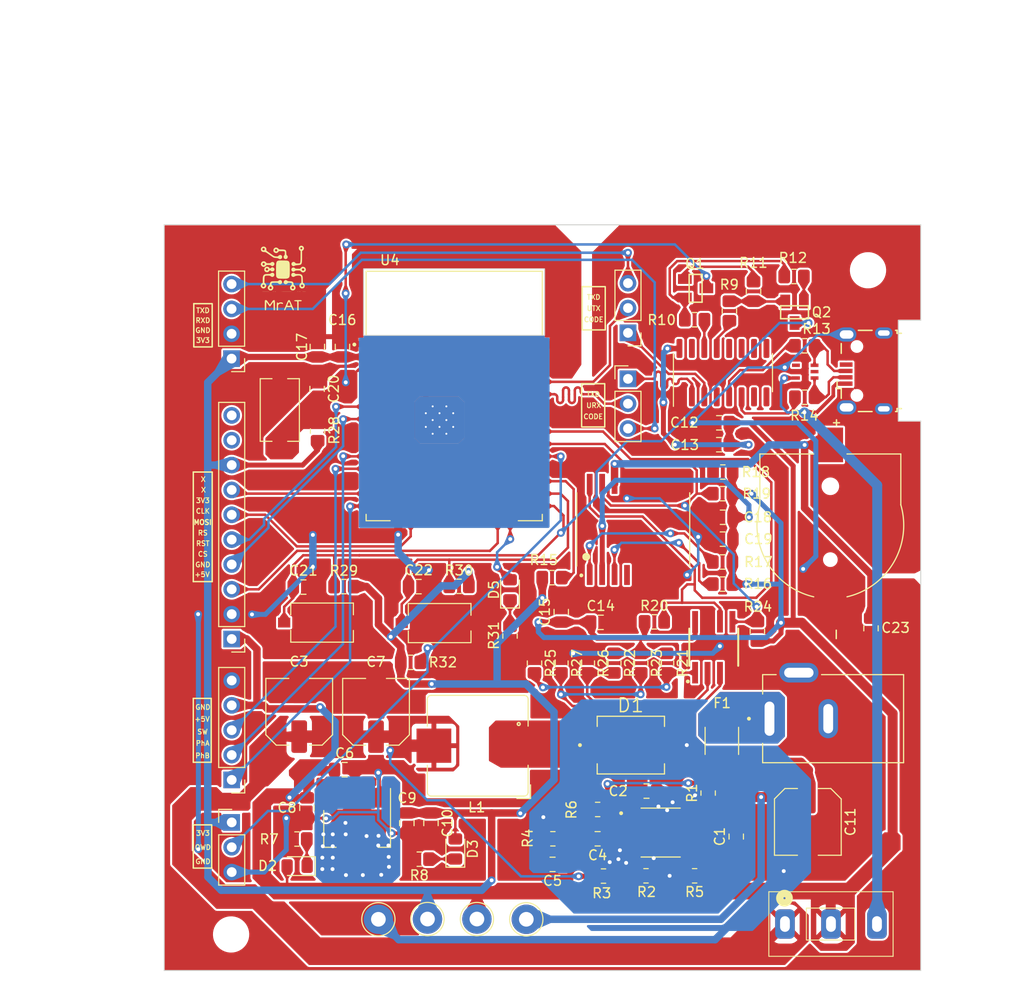
<source format=kicad_pcb>
(kicad_pcb (version 20221018) (generator pcbnew)
  (layers (0 "F.Cu" signal) (31 "B.Cu" signal) (34 "B.Paste" user) (35 "F.Paste" user) (36 "B.SilkS" user "B.Silkscreen") (37 "F.SilkS" user "F.Silkscreen") (38 "B.Mask" user) (39 "F.Mask" user) (44 "Edge.Cuts" user))
  (net 0 "")
  (net 1 "GND")
  (net 2 "Net-(U1-BST)")
  (net 3 "Net-(U1-SW)")
  (net 4 "+5V")
  (net 5 "Net-(U1-COMP)")
  (net 6 "Net-(C4-Pad2)")
  (net 7 "+3.3V")
  (net 8 "+3V3")
  (net 9 "EN")
  (net 10 "Flash")
  (net 11 "/MCU/BUTTON_CHECK")
  (net 12 "Net-(D2-K)")
  (net 13 "Net-(D3-K)")
  (net 14 "/USB_to_TTL/D_P")
  (net 15 "/USB_to_TTL/D_N")
  (net 16 "V_USB")
  (net 17 "Net-(D5-K)")
  (net 18 "/MCU/LED_STATUS")
  (net 19 "Net-(F1-Pad1)")
  (net 21 "Net-(J3-POS)")
  (net 22 "/MCU/ONE_WIRE_DATA")
  (net 23 "/MCU/Phase_A")
  (net 24 "/MCU/Phase_B")
  (net 25 "/MCU/SW")
  (net 26 "SPI_CS")
  (net 27 "SPI_RESET")
  (net 28 "SPI_RS")
  (net 29 "SPI_MOSI")
  (net 30 "SPI_SCLK")
  (net 33 "Net-(Q1-Pad1)")
  (net 34 "RTS")
  (net 35 "Net-(Q2-Pad1)")
  (net 36 "DIR")
  (net 37 "Net-(U1-FB)")
  (net 38 "Net-(U1-FREQ)")
  (net 39 "Net-(U3-~{DTR})")
  (net 40 "Net-(U3-~{RTS})")
  (net 41 "Net-(U4-IO16)")
  (net 42 "Net-(U5-~{INT~{{slash}SQW})")
  (net 43 "Net-(U5-32KHZ)")
  (net 44 "SCL")
  (net 45 "SDA")
  (net 46 "Net-(U6-A0)")
  (net 47 "Net-(U6-A1)")
  (net 48 "Net-(U6-A2)")
  (net 49 "U0_N")
  (net 50 "U0_P")
  (net 73 "RXD")
  (net 74 "TXD")
  (net 75 "/MCU/U0TX")
  (net 76 "/MCU/U0RX")
  (net 81 "Net-(U3-UD+)")
  (net 82 "Net-(U3-UD-)")
  (net 83 "Net-(U1-EN)")
  (net 85 "Vin")
  (net 86 "Net-(SW4-left)")
  (footprint "MountingHole:MountingHole_3.2mm_M3" (layer "F.Cu") (at 163.4998 67.8688)
    (fp_text reference "H3" hide)
    (fp_text value "MountingHole")
  )
  (footprint "Resistor_SMD:R_0805_2012Metric_Pad1.20x1.40mm_HandSolder" (layer "F.Cu") (at 132.12318 108.0262 -90)
    (fp_text reference "R27")
    (fp_text value "0")
  )
  (footprint "Resistor_SMD:R_0805_2012Metric_Pad1.20x1.40mm_HandSolder" (layer "F.Cu") (at 157.0355 80.8482)
    (fp_text reference "R14")
    (fp_text value "0")
  )
  (footprint "Connector_PinHeader_2.54mm:PinHeader_1x03_P2.54mm_Vertical" (layer "F.Cu") (at 98.4885 124.3076)
    (fp_text reference "J4" hide)
    (fp_text value "Conn_01x03_Pin")
  )
  (footprint "Resistor_SMD:R_0805_2012Metric_Pad1.20x1.40mm_HandSolder" (layer "F.Cu") (at 134.82066 108.0262 -90)
    (fp_text reference "R26")
    (fp_text value "0")
  )
  (footprint "Resistor_SMD:R_0805_2012Metric_Pad1.20x1.40mm_HandSolder" (layer "F.Cu") (at 107.2642 84.3026 90)
    (fp_text reference "R28")
    (fp_text value "10k")
  )
  (footprint "TestPoint:TestPoint_Loop_D2.54mm_Drill1.5mm_Beaded" (layer "F.Cu") (at 123.5421 134.1882 90)
    (fp_text reference "TP2" hide)
    (fp_text value "TestPoint")
  )
  (footprint "Resistor_SMD:R_0805_2012Metric_Pad1.20x1.40mm_HandSolder" (layer "F.Cu") (at 141.6693 103.8098)
    (fp_text reference "R20")
    (fp_text value "4.7k")
  )
  (footprint "Resistor_SMD:R_0805_2012Metric_Pad1.20x1.40mm_HandSolder" (layer "F.Cu") (at 116.7638 107.95)
    (fp_text reference "R32")
    (fp_text value "4.7k")
  )
  (footprint "BC501SM-TR:MPD_BC501SM-TR" (layer "F.Cu") (at 159.6517 93.9498 90)
    (fp_text reference "J3" hide)
    (fp_text value "BC501SM-TR")
  )
  (footprint "Capacitor_SMD:C_0805_2012Metric_Pad1.18x1.45mm_HandSolder" (layer "F.Cu") (at 131.2714 128.6002 180)
    (fp_text reference "C5")
    (fp_text value "NS")
  )
  (footprint "LED_SMD:LED_0805_2012Metric_Pad1.15x1.40mm_HandSolder" (layer "F.Cu") (at 126.9238 100.5332 90)
    (fp_text reference "D5")
    (fp_text value "LED")
  )
  (footprint "Resistor_SMD:R_0805_2012Metric_Pad1.20x1.40mm_HandSolder" (layer "F.Cu") (at 126.9238 105.2576 -90)
    (fp_text reference "R31")
    (fp_text value "1k")
  )
  (footprint "Connector_PinHeader_2.54mm:PinHeader_1x10_P2.54mm_Vertical" (layer "F.Cu") (at 98.4885 105.5624 180)
    (fp_text reference "J6" hide)
    (fp_text value "Conn_01x10_Pin")
  )
  (footprint "TestPoint:TestPoint_Loop_D2.54mm_Drill1.5mm_Beaded" (layer "F.Cu") (at 113.4745 134.2136 90)
    (fp_text reference "TP4" hide)
    (fp_text value "TestPoint")
  )
  (footprint "Capacitor_SMD:C_0805_2012Metric_Pad1.18x1.45mm_HandSolder" (layer "F.Cu") (at 140.8684 121.1072 180)
    (fp_text reference "C2")
    (fp_text value "100nF")
  )
  (footprint "Resistor_SMD:R_0805_2012Metric_Pad1.20x1.40mm_HandSolder" (layer "F.Cu") (at 117.6528 128.0668 180)
    (fp_text reference "R8")
    (fp_text value "1k")
  )
  (footprint "logodemo:logodemo" (layer "F.Cu") (at 103.6828 68.4276)
    (fp_text reference "G***" hide)
    (fp_text value "LOGO" hide)
  )
  (footprint "Inductor_SMD:L_Bourns_SRP1038C_10.0x10.0mm" (layer "F.Cu") (at 123.6218 116.4681 180)
    (fp_text reference "L1")
    (fp_text value "10uH")
  )
  (footprint "Capacitor_SMD:C_0805_2012Metric_Pad1.18x1.45mm_HandSolder" (layer "F.Cu") (at 110.0328 118.9228)
    (fp_text reference "C6")
    (fp_text value "100nF")
  )
  (footprint "MountingHole:MountingHole_3.2mm_M3" (layer "F.Cu") (at 98.425 135.763)
    (fp_text reference "H4" hide)
    (fp_text value "MountingHole")
  )
  (footprint "Resistor_SMD:R_0805_2012Metric_Pad1.20x1.40mm_HandSolder" (layer "F.Cu") (at 148.6408 99.949)
    (fp_text reference "R16")
    (fp_text value "4.7k")
  )
  (footprint "Capacitor_SMD:C_0805_2012Metric_Pad1.18x1.45mm_HandSolder" (layer "F.Cu") (at 135.8734 125.984 180)
    (fp_text reference "C4")
    (fp_text value "220pF")
  )
  (footprint "Resistor_SMD:R_0805_2012Metric_Pad1.20x1.40mm_HandSolder" (layer "F.Cu") (at 148.6662 88.4936)
    (fp_text reference "R18")
    (fp_text value "4.7k")
  )
  (footprint "TestPoint:TestPoint_Loop_D2.54mm_Drill1.5mm_Beaded" (layer "F.Cu") (at 118.4921 134.1882 90)
    (fp_text reference "TP1" hide)
    (fp_text value "TestPoint")
  )
  (footprint "SS-12D10:SS-12D10" (layer "F.Cu") (at 159.7152 134.6962)
    (fp_text reference "SW4" hide)
    (fp_text value "~")
  )
  (footprint "Capacitor_SMD:C_0805_2012Metric_Pad1.18x1.45mm_HandSolder" (layer "F.Cu") (at 105.8164 100.2538)
    (fp_text reference "C21")
    (fp_text value "100nF")
  )
  (footprint "LED_SMD:LED_0805_2012Metric_Pad1.15x1.40mm_HandSolder" (layer "F.Cu") (at 105.1724 128.778 180)
    (fp_text reference "D2")
    (fp_text value "LED")
  )
  (footprint "MMBT2222A:SOT23" (layer "F.Cu") (at 155.9941 72.1614 180)
    (fp_text reference "Q2")
    (fp_text value "MMBT2222A")
  )
  (footprint "Resistor_SMD:R_0805_2012Metric_Pad1.20x1.40mm_HandSolder" (layer "F.Cu") (at 155.9433 68.5038 180)
    (fp_text reference "R12")
    (fp_text value "10k")
  )
  (footprint "Package_TO_SOT_SMD:SOT-223-3_TabPin2" (layer "F.Cu") (at 111.3028 124.9426 -90)
    (fp_text reference "U2" hide)
    (fp_text value "LM1117MP-3.3")
  )
  (footprint "Capacitor_SMD:C_0805_2012Metric_Pad1.18x1.45mm_HandSolder" (layer "F.Cu") (at 107.2134 79.994 90)
    (fp_text reference "C20")
    (fp_text value "100nF")
  )
  (footprint "Capacitor_SMD:C_0805_2012Metric_Pad1.18x1.45mm_HandSolder" (layer "F.Cu") (at 163.8046 104.4702 -90)
    (fp_text reference "C23")
    (fp_text value "1uF")
  )
  (footprint "DC-005-5A-2.0:XKB_DC-005-5A-2.0" (layer "F.Cu") (at 159.4332 113.7062 180)
    (fp_text reference "J1" hide)
    (fp_text value "DC-005-5A-2.0")
  )
  (footprint "Capacitor_SMD:C_0805_2012Metric_Pad1.18x1.45mm_HandSolder" (layer "F.Cu") (at 136.1948 103.8606)
    (fp_text reference "C14")
    (fp_text value "100nF")
  )
  (footprint "TestPoint:TestPoint_Loop_D2.54mm_Drill1.5mm_Beaded" (layer "F.Cu") (at 128.5875 134.2136)
    (fp_text reference "TP3" hide)
    (fp_text value "TestPoint")
  )
  (footprint "DS3231SN:SOIC127P1032X265-16N" (layer "F.Cu") (at 139.5095 94.361 90)
    (fp_text reference "U5" hide)
    (fp_text value "DS3231SN_")
  )
  (footprint "Capacitor_SMD:C_0805_2012Metric_Pad1.18x1.45mm_HandSolder" (layer "F.Cu") (at 148.6594 95.3516 180)
    (fp_text reference "C19")
    (fp_text value "1uF")
  )
  (footprint "Capacitor_SMD:C_0805_2012Metric_Pad1.18x1.45mm_HandSolder" (layer "F.Cu") (at 148.2852 83.4644 180)
    (fp_text reference "C12")
    (fp_text value "22uF")
  )
  (footprint "Resistor_SMD:R_0805_2012Metric_Pad1.20x1.40mm_HandSolder" (layer "F.Cu") (at 105.1564 126.0094 180)
    (fp_text reference "R7")
    (fp_text value "10k")
  )
  (footprint "Capacitor_SMD:C_0805_2012Metric_Pad1.18x1.45mm_HandSolder" (layer "F.Cu") (at 116.3828 124.3838 -90)
    (fp_text reference "C9")
    (fp_text value "1uF")
  )
  (footprint "Resistor_SMD:R_0805_2012Metric_Pad1.20x1.40mm_HandSolder" (layer "F.Cu") (at 136.4742 129.794)
    (fp_text reference "R3")
    (fp_text value "124k")
  )
  (footprint "Connector_PinHeader_2.54mm:PinHeader_1x04_P2.54mm_Vertical" (layer "F.Cu") (at 98.4758 76.9012 180)
    (fp_text reference "J7" hide)
    (fp_text value "Conn_01x04_Pin")
  )
  (footprint "Resistor_SMD:R_0805_2012Metric_Pad1.20x1.40mm_HandSolder" (layer "F.Cu") (at 145.7833 72.9234 180)
    (fp_text reference "R10")
    (fp_text value "22")
  )
  (footprint "Resistor_SMD:R_0805_2012Metric_Pad1.20x1.40mm_HandSolder" (layer "F.Cu") (at 148.6408 97.6884)
    (fp_text reference "R17")
    (fp_text value "4.7k")
  )
  (footprint "Capacitor_SMD:C_0805_2012Metric_Pad1.18x1.45mm_HandSolder" (layer "F.Cu") (at 148.6662 93.1164 180)
    (fp_text reference "C18")
    (fp_text value "100nF")
  )
  (footprint "Capacitor_SMD:C_Elec_6.3x5.4" (layer "F.Cu") (at 105.3846 113.0021 90)
    (fp_text reference "C7" hide)
    (fp_text value "47uF")
  )
  (footprint "Resistor_SMD:R_0805_2012Metric_Pad1.20x1.40mm_HandSolder" (layer "F.Cu") (at 109.9566 100.203 180)
    (fp_text reference "R29")
    (fp_text value "10k")
  )
  (footprint "MMBT2222A:SOT23" (layer "F.Cu") (at 145.8849 69.7128 -90)
    (fp_text reference "Q1")
    (fp_text value "MMBT2222A")
  )
  (footprint "Resistor_SMD:R_0805_2012Metric_Pad1.20x1.40mm_HandSolder" (layer "F.Cu") (at 147.1676 121.3104 90)
    (fp_text reference "R1")
    (fp_text value "100k")
  )
  (footprint "Capacitor_SMD:C_0805_2012Metric_Pad1.18x1.45mm_HandSolder" (layer "F.Cu") (at 150.0378 125.7554 90)
    (fp_text reference "C1")
    (fp_text value "10uF")
  )
  (footprint "Resistor_SMD:R_0805_2012Metric_Pad1.20x1.40mm_HandSolder" (layer "F.Cu") (at 135.8773 122.9868 180)
    (fp_text reference "R6")
    (fp_text value "24.9k")
  )
  (footprint "Connector_PinHeader_2.54mm:PinHeader_1x03_P2.54mm_Vertical" (layer "F.Cu") (at 138.9761 78.9686)
    (fp_text reference "J8" hide)
    (fp_text value "Conn_01x03_Pin")
  )
  (footprint "SS34:DIOM7959X265N" (layer "F.Cu") (at 139.2682 116.4082)
    (fp_text reference "D1")
    (fp_text value "SS34")
  )
  (footprint "Resistor_SMD:R_0805_2012Metric_Pad1.20x1.40mm_HandSolder" (layer "F.Cu") (at 152.1968 104.775 90)
    (fp_text reference "R24")
    (fp_text value "4.7k")
  )
  (footprint "Fuse:Fuse_1812_4532Metric_Pad1.30x3.40mm_HandSolder" (layer "F.Cu") (at 148.5646 115.9764 -90)
    (fp_text reference "F1")
    (fp_text value "Fuse_Small")
  )
  (footprint "Resistor_SMD:R_0805_2012Metric_Pad1.20x1.40mm_HandSolder" (layer "F.Cu") (at 131.2164 99.2886 180)
    (fp_text reference "R15")
    (fp_text value "10k")
  )
  (footprint "Resistor_SMD:R_0805_2012Metric_Pad1.20x1.40mm_HandSolder" (layer "F.Cu") (at 121.7168 100.1776 180)
    (fp_text reference "R30")
    (fp_text value "10k")
  )
  (footprint "Resistor_SMD:R_0805_2012Metric_Pad1.20x1.40mm_HandSolder" (layer "F.Cu") (at 148.6408 90.7034)
    (fp_text reference "R19")
    (fp_text value "4.7k")
  )
  (footprint "Package_SO:SOIC-16_3.9x9.9mm_P1.27mm" (layer "F.Cu") (at 148.6789 78.3336 90)
    (fp_text reference "U3" hide)
    (fp_text value "CH340C")
  )
  (footprint "Connector_USB:USB_Micro-B_Wuerth_629105150521" (layer "F.Cu") (at 163.1639 78.1608 90)
    (fp_text reference "J2" hide)
    (fp_text value "USB_B_Micro")
  )
  (footprint "SMF05C:SC70-6" (layer "F.Cu") (at 157.0863 78.232 -90)
    (fp_text reference "D6" hide)
    (fp_text value "SMF05C")
  )
  (footprint "ESP32-WROOM-32E__16MB_:XCVR_ESP32-WROOM-32E_(16MB)" (layer "F.Cu") (at 121.2199 80.722)
    (fp_text reference "U4")
    (fp_text value "ESP32-WROOM-32E_(16MB)")
  )
  (footprint "Capacitor_SMD:C_0805_2012Metric_Pad1.18x1.45mm_HandSolder" (layer "F.Cu") (at 148.2819 85.6996 180)
    (fp_text reference "C13")
    (fp_text value "100nF")
  )
  (footprint "Resistor_SMD:R_0805_2012Metric_Pad1.20x1.40mm_HandSolder" (layer "F.Cu") (at 157.0355 75.5904 180)
    (fp_text reference "R13")
    (fp_text value "0")
  )
  (footprint "MP1584EN-LF-Z:SOIC127P600X170-9N" (layer "F.Cu") (at 142.3153 125.349)
    (fp_text reference "U1" hide)
    (fp_text value "MP1584EN-LF-Z")
  )
  (footprint "Resistor_SMD:R_0805_2012Metric_Pad1.20x1.40mm_HandSolder" (layer "F.Cu") (at 151.8031 70.0278 -90)
    (fp_text reference "R11")
    (fp_text value "10k")
  )
  (footprint "Button_Switch_SMD:SW_Tactile_SPST_NO_Straight_CK_PTS636Sx25SMTRLFS" (layer "F.Cu") (at 119.7356 103.9368)
    (fp_text reference "SW3" hide)
    (fp_text value "SW_Push")
  )
  (footprint "Capacitor_SMD:C_0805_2012Metric_Pad1.18x1.45mm_HandSolder" (layer "F.Cu") (at 107.2388 75.692 90)
    (fp_text reference "C17")
    (fp_text value "22uF")
  )
  (footprint "Capacitor_SMD:C_Elec_6.3x5.4" (layer "F.Cu") (at 113.2332 113.0046 90)
    (fp_text reference "C3" hide)
    (fp_text value "22uF")
  )
  (footprint "Capacitor_SMD:C_0805_2012Metric_Pad1.18x1.45mm_HandSolder" (layer "F.Cu") (at 109.8042 75.692 90)
    (fp_text reference "C16")
    (fp_text value "100nF")
  )
  (footprint "Capacitor_SMD:C_0805_2012Metric_Pad1.18x1.45mm_HandSolder" (layer "F.Cu") (at 132.1562 102.7938 90)
    (fp_text reference "C15")
    (fp_text value "1uF")
  )
  (footprint "Resistor_SMD:R_0805_2012Metric_Pad1.20x1.40mm_HandSolder" (layer "F.Cu") (at 142.9131 108.0262 -90)
    (fp_text reference "R21")
    (fp_text value "4.7k")
  )
  (footprint "Connector_PinHeader_2.54mm:PinHeader_1x03_P2.54mm_Vertical" (layer "F.Cu") (at 138.9761 74.2696 180)
    (fp_text reference "J9" hide)
    (fp_text value "Conn_01x03_Pin")
  )
  (footprint "Resistor_SMD:R_0805_2012Metric_Pad1.20x1.40mm_HandSolder" (layer "F.Cu") (at 140.8176 129.7686)
    (fp_text reference "R2")
    (fp_text value "40.2k")
  )
  (footprint "CAT24C32WI-GT3:SOIC127P600X175-8N" (layer "F.Cu") (at 147.7391 106.4006 90)
    (fp_text reference "U6" hide)
    (fp_text value "CAT24C32WI-GT3")
  )
  (footprint "Capacitor_SMD:C_0805_2012Metric_Pad1.18x1.45mm_HandSolder" (layer "F.Cu") (at 106.172 122.8344 -90)
    (fp_text reference "C8")
    (fp_text value "1uF")
  )
  (footprint "Button_Switch_SMD:SW_Tactile_SPST_NO_Straight_CK_PTS636Sx25SMTRLFS" (layer "F.Cu") (at 103.4034 82.153 90)
    (fp_text reference "SW1" hide)
    (fp_text value "SW_Push")
  )
  (footprint "Resistor_SMD:R_0805_2012Metric_Pad1.20x1.40mm_HandSolder" (layer "F.Cu") (at 149.3393 72.0344 90)
    (fp_text reference "R9")
    (fp_text value "22")
  )
  (footprint "Resistor_SMD:R_0805_2012Metric_Pad1.20x1.40mm_HandSolder" (layer "F.Cu") (at 131.3014 125.984 180)
    (fp_text reference "R4")
    (fp_text value "68.1k")
  )
  (footprint "Connector_PinHeader_2.54mm:PinHeader_1x05_P2.54mm_Vertical" (layer "F.Cu") (at 98.4885 119.9642 180)
    (fp_text reference "J5" hide)
    (fp_text value "Conn_01x05_Pin")
  )
  (footprint "Resistor_SMD:R_0805_2012Metric_Pad1.20x1.40mm_HandSolder" (layer "F.Cu") (at 145.7839 129.7686 180)
    (fp_text reference "R5")
    (fp_text value "200k")
  )
  (footprint "Resistor_SMD:R_0805_2012Metric_Pad1.20x1.40mm_HandSolder" (layer "F.Cu") (at 129.4257 108.0262 -90)
    (fp_text reference "R25")
    (fp_text value "0")
  )
  (footprint "Capacitor_SMD:C_Elec_6.3x5.4" (layer "F.Cu") (at 157.353 124.2568 -90)
    (fp_text reference "C11")
    (fp_text value "47uF")
  )
  (footprint "Button_Switch_SMD:SW_Tactile_SPST_NO_Straight_CK_PTS636Sx25SMTRLFS" (layer "F.Cu") (at 107.7214 103.886)
    (fp_text reference "SW2" hide)
    (fp_text value "SW_Push")
  )
  (footprint "Resistor_SMD:R_0805_2012Metric_Pad1.20x1.40mm_HandSolder" (layer "F.Cu") (at 137.5283 108.0262 -90)
    (fp_text reference "R22")
    (fp_text value "4.7k")
  )
  (footprint "Resistor_SMD:R_0805_2012Metric_Pad1.20x1.40mm_HandSolder" (layer "F.Cu") (at 140.2715 108.0262 -90)
    (fp_text reference "R23")
    (fp_text value "4.7k")
  )
  (footprint "Capacitor_SMD:C_0805_2012Metric_Pad1.18x1.45mm_HandSolder" (layer "F.Cu") (at 117.5926 100.2076)
    (fp_text reference "C22")
    (fp_text value "100nF")
  )
  (footprint "LED_SMD:LED_0805_2012Metric_Pad1.15x1.40mm_HandSolder" (layer "F.Cu") (at 121.3358 127.0254 90)
    (fp_text reference "D3")
    (fp_text value "LED")
  )
  (footprint "Capacitor_SMD:C_0805_2012Metric_Pad1.18x1.45mm_HandSolder" (layer "F.Cu") (at 118.8466 124.3838 -90)
    (fp_text reference "C10")
    (fp_text value "100nF")
  )
  (gr_line (start 136.5504 79.4639) (end 134.239 79.4639) (stroke (width 0.15)) (layer "F.SilkS"))
  (gr_line (start 96.4946 75.6793) (end 96.4946 71.2851) (stroke (width 0.15)) (layer "F.SilkS"))
  (gr_line (start 94.615 75.7047) (end 96.4946 75.7047) (stroke (width 0.15)) (layer "F.SilkS"))
  (gr_line (start 94.5642 128.9812) (end 96.4438 128.9812) (stroke (width 0.15)) (layer "F.SilkS"))
  (gr_line (start 134.239 79.502) (end 134.239 83.8581) (stroke (width 0.15)) (layer "F.SilkS"))
  (gr_line (start 96.4946 88.4936) (end 94.5642 88.4936) (stroke (width 0.15)) (layer "F.SilkS"))
  (gr_line (start 134.2898 69.5833) (end 134.2898 73.9394) (stroke (width 0.15)) (layer "F.SilkS"))
  (gr_line (start 96.393 124.5616) (end 94.5642 124.5616) (stroke (width 0.15)) (layer "F.SilkS"))
  (gr_line (start 94.5642 99.695) (end 96.4946 99.695) (stroke (width 0.15)) (layer "F.SilkS"))
  (gr_line (start 136.652 73.9394) (end 136.652 69.5452) (stroke (width 0.15)) (layer "F.SilkS"))
  (gr_line (start 134.2644 83.8835) (end 136.6012 83.8835) (stroke (width 0.15)) (layer "F.SilkS"))
  (gr_circle (center 127.8128 114.2492) (end 127.8636 114.3) (stroke (width 0.15)) (fill none) (layer "F.SilkS"))
  (gr_line (start 94.5642 124.5616) (end 94.5642 128.9558) (stroke (width 0.15)) (layer "F.SilkS"))
  (gr_line (start 96.4438 128.9558) (end 96.4438 124.5616) (stroke (width 0.15)) (layer "F.SilkS"))
  (gr_line (start 96.393 111.633) (end 94.5642 111.633) (stroke (width 0.15)) (layer "F.SilkS"))
  (gr_line (start 94.5642 88.4936) (end 94.5642 99.695) (stroke (width 0.15)) (layer "F.SilkS"))
  (gr_line (start 96.393 118.1608) (end 94.5642 118.1608) (stroke (width 0.15)) (layer "F.SilkS"))
  (gr_line (start 94.615 71.2851) (end 94.615 75.6793) (stroke (width 0.15)) (layer "F.SilkS"))
  (gr_line (start 96.4438 71.2851) (end 94.615 71.2851) (stroke (width 0.15)) (layer "F.SilkS"))
  (gr_line (start 96.4946 99.695) (end 96.4946 88.4936) (stroke (width 0.15)) (layer "F.SilkS"))
  (gr_line (start 136.6012 83.8581) (end 136.6012 79.4639) (stroke (width 0.15)) (layer "F.SilkS"))
  (gr_line (start 136.6012 69.5452) (end 134.2898 69.5452) (stroke (width 0.15)) (layer "F.SilkS"))
  (gr_line (start 96.393 118.1608) (end 96.393 111.633) (stroke (width 0.15)) (layer "F.SilkS"))
  (gr_line (start 134.3152 73.9648) (end 136.652 73.9648) (stroke (width 0.15)) (layer "F.SilkS"))
  (gr_line (start 94.5642 111.633) (end 94.5642 118.1608) (stroke (width 0.15)) (layer "F.SilkS"))
  (gr_line (start 91.5924 63.2206) (end 168.8846 63.2206) (stroke (width 0.1)) (layer "Edge.Cuts"))
  (gr_rect (start 111.9632 67.7164) (end 130.4544 74.5236) (stroke (width 0.1)) (fill none) (layer "Edge.Cuts"))
  (gr_line (start 168.8846 83.2866) (end 168.8846 139.446) (stroke (width 0.1)) (layer "Edge.Cuts"))
  (gr_line (start 168.8846 72.9742) (end 166.5986 72.9742) (stroke (width 0.1)) (layer "Edge.Cuts"))
  (gr_line (start 166.5986 83.2866) (end 168.8846 83.2866) (stroke (width 0.1)) (layer "Edge.Cuts"))
  (gr_line (start 91.5924 139.446) (end 91.5924 63.2206) (stroke (width 0.1)) (layer "Edge.Cuts"))
  (gr_line (start 166.5986 72.9742) (end 166.5986 83.2866) (stroke (width 0.1)) (layer "Edge.Cuts"))
  (gr_line (start 168.8846 63.2206) (end 168.8846 72.9742) (stroke (width 0.1)) (layer "Edge.Cuts"))
  (gr_line (start 168.8846 139.446) (end 91.5924 139.446) (stroke (width 0.1)) (layer "Edge.Cuts"))
  (gr_text "TXD" (at 134.726324 70.9168) (layer "F.SilkS") (effects (font (size 0.5 0.5) (thickness 0.1) bold) (justify left bottom)))
  (gr_text "GND" (at 94.72137 128.6002) (layer "F.SilkS") (effects (font (size 0.5 0.5) (thickness 0.1) bold) (justify left bottom)))
  (gr_text "OWD" (at 94.685656 127.1524) (layer "F.SilkS") (effects (font (size 0.5 0.5) (thickness 0.1) bold) (justify left bottom)))
  (gr_text "X\n" (at 95.3008 90.6178) (layer "F.SilkS") (effects (font (size 0.5 0.5) (thickness 0.1) bold) (justify left bottom)))
  (gr_text "X\n" (at 95.2754 89.535) (layer "F.SilkS") (effects (font (size 0.5 0.5) (thickness 0.1) bold) (justify left bottom)))
  (gr_text "GND" (at 94.709466 98.2599) (layer "F.SilkS") (effects (font (size 0.5 0.5) (thickness 0.1) bold) (justify left bottom)))
  (gr_text "C3" (at 104.2924 108.458) (layer "F.SilkS") (effects (font (size 1 1)) (justify left bottom)))
  (gr_text "3V3" (at 94.78803 75.3237) (layer "F.SilkS") (effects (font (size 0.5 0.5) (thickness 0.1) bold) (justify left bottom)))
  (gr_text "URX\n" (at 134.663619 81.9785) (layer "F.SilkS") (effects (font (size 0.5 0.5) (thickness 0.1) bold) (justify left bottom)))
  (gr_text "CODE\n" (at 134.366 83.1215) (layer "F.SilkS") (effects (font (size 0.5 0.5) (thickness 0.1) bold) (justify left bottom)))
  (gr_text "TXD\n" (at 94.799934 72.2757) (layer "F.SilkS") (effects (font (size 0.5 0.5) (thickness 0.1) bold) (justify left bottom)))
  (gr_text "+5V\n" (at 94.6404 99.2632) (layer "F.SilkS") (effects (font (size 0.5 0.5) (thickness 0.1) bold) (justify left bottom)))
  (gr_text "TXD" (at 134.675524 80.8355) (layer "F.SilkS") (effects (font (size 0.5 0.5) (thickness 0.1) bold) (justify left bottom)))
  (gr_text "PhA\n" (at 94.7674 116.5098) (layer "F.SilkS") (effects (font (size 0.5 0.5) (thickness 0.1) bold) (justify left bottom)))
  (gr_text "UTX\n" (at 134.714419 72.0598) (layer "F.SilkS") (effects (font (size 0.5 0.5) (thickness 0.1) bold) (justify left bottom)))
  (gr_text "+5V\n" (at 94.6404 114.046) (layer "F.SilkS") (effects (font (size 0.5 0.5) (thickness 0.1) bold) (justify left bottom)))
  (gr_text "PhB\n" (at 94.7166 117.7798) (layer "F.SilkS") (effects (font (size 0.5 0.5) (thickness 0.1) bold) (justify left bottom)))
  (gr_text "C7" (at 112.141 108.4834) (layer "F.SilkS") (effects (font (size 1 1)) (justify left bottom)))
  (gr_text "MOSI" (at 94.535359 93.9287) (layer "F.SilkS") (effects (font (size 0.5 0.5) (thickness 0.125) bold) (justify left bottom)))
  (gr_text "GND" (at 94.7166 112.8268) (layer "F.SilkS") (effects (font (size 0.5 0.5) (thickness 0.1) bold) (justify left bottom)))
  (gr_text "SW" (at 94.9198 115.3414) (layer "F.SilkS") (effects (font (size 0.5 0.5) (thickness 0.1) bold) (justify left bottom)))
  (gr_text "CS" (at 94.983276 97.1771) (layer "F.SilkS") (effects (font (size 0.5 0.5) (thickness 0.1) bold) (justify left bottom)))
  (gr_text "RXD" (at 94.74041 73.2917) (layer "F.SilkS") (effects (font (size 0.5 0.5) (thickness 0.1) bold) (justify left bottom)))
  (gr_text "CLK" (at 94.76899 92.7834) (layer "F.SilkS") (effects (font (size 0.5 0.5) (thickness 0.1) bold) (justify left bottom)))
  (gr_text "RST" (at 94.7928 96.0943) (layer "F.SilkS") (effects (font (size 0.5 0.5) (thickness 0.1) bold) (justify left bottom)))
  (gr_text "GND" (at 94.7166 74.3077) (layer "F.SilkS") (effects (font (size 0.5 0.5) (thickness 0.1) bold) (justify left bottom)))
  (gr_text "RS" (at 94.983276 95.0115) (layer "F.SilkS") (effects (font (size 0.5 0.5) (thickness 0.1) bold) (justify left bottom)))
  (gr_text "CODE\n" (at 134.4168 73.2028) (layer "F.SilkS") (effects (font (size 0.5 0.5) (thickness 0.1) bold) (justify left bottom)))
  (gr_text "3V3" (at 94.7928 125.7046) (layer "F.SilkS") (effects (font (size 0.5 0.5) (thickness 0.1) bold) (justify left bottom)))
  (gr_text "3V3" (at 94.780896 91.7006) (layer "F.SilkS") (effects (font (size 0.5 0.5) (thickness 0.1) bold) (justify left bottom)))
  (segment (start 157.3809 126.8222) (end 157.353 126.7943) (width 1.524) (layer "F.Cu") (net 1))
  (segment (start 144.7903 129.7622) (end 144.7839 129.7686) (width 0.762) (layer "F.Cu") (net 1))
  (segment (start 104.7496 123.8758) (end 104.7535 123.8719) (width 0.254) (layer "F.Cu") (net 1))
  (segment (start 161.2059 76.5198) (end 161.2639 76.5778) (width 1.016) (layer "F.Cu") (net 1))
  (segment (start 150.0378 126.7929) (end 157.3516 126.7929) (width 0.762) (layer "F.Cu") (net 1))
  (segment (start 118.6434 100.1943) (end 118.6301 100.2076) (width 0.762) (layer "F.Cu") (net 1))
  (segment (start 106.7816 98.1964) (end 106.7816 100.1815) (width 0.508) (layer "F.Cu") (net 1))
  (segment (start 157.4586 101.5198) (end 159.6517 101.5198) (width 0.508) (layer "F.Cu") (net 1))
  (segment (start 109.8042 73.4314) (end 111.4044 71.8312) (width 0.762) (layer "F.Cu") (net 1))
  (segment (start 109.8042 74.6545) (end 107.2388 74.6545) (width 0.508) (layer "F.Cu") (net 1))
  (segment (start 161.3139 74.4358) (end 164.9639 74.4358) (width 1.016) (layer "F.Cu") (net 1))
  (segment (start 120.65 103.9368) (end 123.6106 103.9368) (width 0.254) (layer "F.Cu") (net 1))
  (segment (start 143.9613 99.0092) (end 143.9545 99.016) (width 0.254) (layer "F.Cu") (net 1))
  (segment (start 106.8539 102.1549) (end 108.585 103.886) (width 0.254) (layer "F.Cu") (net 1))
  (segment (start 132.1562 101.7563) (end 131.2125 101.7563) (width 0.508) (layer "F.Cu") (net 1))
  (segment (start 128.8034 103.2002) (end 128.8034 105.1306) (width 0.508) (layer "F.Cu") (net 1))
  (segment (start 127.6764 106.2576) (end 126.9238 106.2576) (width 0.508) (layer "F.Cu") (net 1))
  (segment (start 111.4044 71.8312) (end 111.4044 67.4878) (width 0.762) (layer "F.Cu") (net 1))
  (segment (start 131.7244 68.0212) (end 131.7244 75.1078) (width 0.762) (layer "F.Cu") (net 1))
  (segment (start 142.6845 89.706) (end 141.4145 89.706) (width 0.508) (layer "F.Cu") (net 1))
  (segment (start 156.8704 98.3996) (end 156.8704 100.9396) (width 0.508) (layer "F.Cu") (net 1))
  (segment (start 98.4885 103.0224) (end 100.5332 103.0224) (width 0.508) (layer "F.Cu") (net 1))
  (segment (start 108.585 103.886) (end 111.5964 103.886) (width 0.254) (layer "F.Cu") (net 1))
  (segment (start 143.2306 128.2446) (end 143.2306 129.7686) (width 0.762) (layer "F.Cu") (net 1))
  (segment (start 158.1806 109.0062) (end 159.4332 110.2588) (width 1.524) (layer "F.Cu") (net 1))
  (segment (start 104.7535 123.8719) (end 106.172 123.8719) (width 0.254) (layer "F.Cu") (net 1))
  (segment (start 147.1041 105.029) (end 148.36775 106.29265) (width 0.508) (layer "F.Cu") (net 1))
  (segment (start 113.4618 119.2276) (end 111.3751 119.2276) (width 0.254) (layer "F.Cu") (net 1))
  (segment (start 99.9998 74.3458) (end 98.4912 74.3458) (width 0.508) (layer "F.Cu") (net 1))
  (segment (start 140.1445 89.706) (end 140.1445 91.0209) (width 0.254) (layer "F.Cu") (net 1))
  (segment (start 115.5049 93.222) (end 115.5049 94.8833) (width 0.762) (layer "F.Cu") (net 1))
  (segment (start 157.353 126.7943) (end 157.353 126.8222) (width 0.762) (layer "F.Cu") (net 1))
  (segment (start 143.9545 99.016) (end 142.6845 99.016) (width 0.508) (layer "F.Cu") (net 1))
  (segment (start 113.4618 119.2276) (end 113.6028 119.3686) (width 0.254) (layer "F.Cu") (net 1))
  (segment (start 140.0048 91.1606) (end 138.8872 91.1606) (width 0.254) (layer "F.Cu") (net 1))
  (segment (start 118.6434 98.5266) (end 118.6434 100.1943) (width 0.762) (layer "F.Cu") (net 1))
  (segment (start 130.429 66.7258) (end 131.7244 68.0212) (width 0.762) (layer "F.Cu") (net 1))
  (segment (start 147.3933 95.123) (end 147.6219 95.3516) (width 0.254) (layer "F.Cu") (net 1))
  (segment (start 163.7753 105.537) (end 163.8046 105.5077) (width 0.762) (layer "F.Cu") (net 1))
  (segment (start 165.1139 82.0358) (end 161.4639 82.0358) (width 1.016) (layer "F.Cu") (net 1))
  (segment (start 104.1564 123.9684) (end 104.1564 126.0094) (width 0.254) (layer "F.Cu") (net 1))
  (segment (start 142.3153 125.3735) (end 142.3162 125.3744) (width 0.762) (layer "F.Cu") (net 1))
  (segment (start 159.6517 101.5198) (end 159.6517 103.7209) (width 0.762) (layer "F.Cu") (net 1))
  (segment (start 130.3014 128.5327) (end 130.2339 128.6002) (width 0.762) (layer "F.Cu") (net 1))
  (segment (start 132.1562 101.7563) (end 136.1225 101.7563) (width 0.762) (layer "F.Cu") (net 1))
  (segment (start 118.6301 100.2076) (end 118.6301 101.9169) (width 0.254) (layer "F.Cu") (net 1))
  (segment (start 107.2349 74.6506) (end 100.3046 74.6506) (width 0.508) (layer "F.Cu") (net 1))
  (segment (start 156.8704 100.9396) (end 157.4546 101.5238) (width 0.508) (layer "F.Cu") (net 1))
  (segment (start 161.9758 118.6434) (end 161.9758 125.7046) (width 1.524) (layer "F.Cu") (net 1))
  (segment (start 108.0985 123.8719) (end 108.1278 123.9012) (width 0.254) (layer "F.Cu") (net 1))
  (segment (start 159.6517 103.7209) (end 161.4678 105.537) (width 0.762) (layer "F.Cu") (net 1))
  (segment (start 147.2477 85.6963) (end 147.2444 85.6996) (width 0.508) (layer "F.Cu") (net 1))
  (segment (start 147.2477 83.4644) (end 144.653 83.4644) (width 0.508) (layer "F.Cu") (net 1))
  (segment (start 130.3014 125.984) (end 130.3014 128.5327) (width 0.762) (layer "F.Cu") (net 1))
  (segment (start 116.3828 125.4213) (end 114.8373 125.4213) (width 0.254) (layer "F.Cu") (net 1))
  (segment (start 130.3274 123.7742) (end 130.3274 125.958) (width 1.016) (layer "F.Cu") (net 1))
  (segment (start 109.8042 74.6545) (end 109.8042 73.4314) (width 0.762) (layer "F.Cu") (net 1))
  (segment (start 100.5332 103.0224) (end 100.5586 103.0478) (width 0.508) (layer "F.Cu") (net 1))
  (segment (start 115.5049 94.8833) (end 115.4938 94.8944) (width 0.762) (layer "F.Cu") (net 1))
  (segment (start 165.1139 74.2858) (end 165.1139 82.0358) (width 1.016) (layer "F.Cu") (net 1))
  (segment (start 126.9238 106.6292) (end 126.9238 106.2576) (width 0.762) (layer "F.Cu") (net 1))
  (segment (start 159.4332 116.1008) (end 161.9758 118.6434) (width 1.524) (layer "F.Cu") (net 1))
  (segment (start 118.6301 101.9169) (end 120.65 103.9368) (width 0.254) (layer "F.Cu") (net 1))
  (segment (start 147.2477 83.4644) (end 147.2477 85.6963) (width 0.508) (layer "F.Cu") (net 1))
  (segment (start 140.1445 91.0209) (end 140.0048 91.1606) (width 0.254) (layer "F.Cu") (net 1))
  (segment (start 95.1331 127.1016) (end 95.0823 127.0508) (width 0.508) (layer "F.Cu") (net 1))
  (segment (start 130.3274 125.958) (end 130.3014 125.984) (width 1.016) (layer "F.Cu") (net 1))
  (segment (start 95.0569 103.0224) (end 98.4885 103.0224) (width 0.508) (layer "F.Cu") (net 1))
  (segment (start 100.3046 74.6506) (end 99.9998 74.3458) (width 0.508) (layer "F.Cu") (net 1))
  (segment (start 144.2339 83.0453) (end 144.2339 80.8086) (width 0.508) (layer "F.Cu") (net 1))
  (segment (start 106.807 94.8944) (end 106.7816 94.9198) (width 0.762) (layer "F.Cu") (net 1))
  (segment (start 138.8745 91.1733) (end 138.8618 91.186) (width 0.254) (layer "F.Cu") (net 1))
  (segment (start 143.002 126.4666) (end 142.3153 127.1533) (width 0.762) (layer "F.Cu") (net 1))
  (segment (start 132.5626 123.7742) (end 133.35 122.9868) (width 1.016) (layer "F.Cu") (net 1))
  (segment (start 113.2307 110.4646) (end 113.2332 110.4671) (width 1.524) (layer "F.Cu") (net 1))
  (segment (start 145.0086 99.0092) (end 143.9613 99.0092) (width 0.508) (layer "F.Cu") (net 1))
  (segment (start 164.9639 74.4358) (end 165.1139 74.2858) (width 1.016) (layer "F.Cu") (net 1))
  (segment (start 101.092 79.2226) (end 102.0366 78.278) (width 0.508) (layer "F.Cu") (net 1))
  (segment (start 157.3516 126.7929) (end 157.353 126.7943) (width 0.762) (layer "F.Cu") (net 1))
  (segment (start 112.1664 66.7258) (end 130.429 66.7258) (width 0.762) (layer "F.Cu") (net 1))
  (segment (start 132.12318 107.0262) (end 129.4257 107.0262) (width 0.762) (layer "F.Cu") (net 1))
  (segment (start 155.4226 78.232) (end 154.9908 77.8002) (width 0.254) (layer "F.Cu") (net 1))
  (segment (start 116.3828 125.4213) (end 116.3828 127.7968) (width 0.254) (layer "F.Cu") (net 1))
  (segment (start 113.6028 119.3686) (end 113.6028 121.7926) (width 0.254) (layer "F.Cu") (net 1))
  (segment (start 156.4332 109.0062) (end 158.1806 109.0062) (width 1.524) (layer "F.Cu") (net 1))
  (segment (start 141.8176 129.7686) (end 144.7839 129.7686) (width 0.762) (layer "F.Cu") (net 1))
  (segment (start 106.8539 100.2538) (end 106.8539 102.1549) (width 0.254) (layer "F.Cu") (net 1))
  (segment (start 142.3162 125.3744) (end 142.3153 125.3753) (width 0.762) (layer "F.Cu") (net 1))
  (segment (start 161.4678 105.537) (end 163.7753 105.537) (width 0.762) (layer "F.Cu") (net 1))
  (segment (start 147.1041 103.8006) (end 147.1041 105.029) (width 0.508) (layer "F.Cu") (net 1))
  (segment (start 114.8373 125.4213) (end 114.8334 125.4252) (width 0.254) (layer "F.Cu") (net 1))
  (segment (start 137.2323 102.8661) (end 137.2323 103.8606) (width 0.762) (layer "F.Cu") (net 1))
  (segment (start 143.9545 89.706) (end 142.6845 89.706) (width 0.508) (layer "F.Cu") (net 1))
  (segment (start 131.7244 75.1078) (end 131.3702 75.462) (width 0.762) (layer "F.Cu") (net 1))
  (segment (start 142.3153 127.1533) (end 142.3153 127.3293) (width 0.762) (layer "F.Cu") (net 1))
  (segment (start 142.3153 125.3753) (end 142.3153 125.7799) (width 0.762) (layer "F.Cu") (net 1))
  (segment (start 104.0638 123.8758) (end 104.1564 123.9684) (width 0.254) (layer "F.Cu") (net 1))
  (segment (start 142.3153 125.7799) (end 143.002 126.4666) (width 0.762) (layer "F.Cu") (net 1))
  (segment (start 149.6441 107.569) (end 149.6441 109.0006) (width 0.508) (layer "F.Cu") (net 1))
  (segment (start 144.653 83.4644) (end 144.2339 83.0453) (width 0.508) (layer "F.Cu") (net 1))
  (segment (start 142.6845 99.016) (end 141.4145 99.016) (width 0.508) (layer "F.Cu") (net 1))
  (segment (start 131.3702 75.462) (end 129.9699 75.462) (width 0.762) (layer "F.Cu") (net 1))
  (segment (start 157.4546 101.5238) (end 157.4586 101.5198) (width 0.508) (layer "F.Cu") (net 1))
  (segment (start 106.7816 100.1815) (end 106.8539 100.2538) (width 0.508) (layer "F.Cu") (net 1))
  (segment (start 130.3274 123.7742) (end 132.5626 123.7742) (width 1.016) (layer "F.Cu") (net 1))
  (segment (start 107.2388 74.6545) (end 107.2349 74.6506) (width 0.254) (layer "F.Cu") (net 1))
  (segment (start 105.9567 78.9565) (end 107.2134 78.9565) (width 0.508) (layer "F.Cu") (net 1))
  (segment (start 96.266 79.2226) (end 101.092 79.2226) (width 0.508) (layer "F.Cu") (net 1))
  (segment (start 134.82066 107.0262) (end 132.12318 107.0262) (width 0.762) (layer "F.Cu") (net 1))
  (segment (start 106.172 123.8719) (end 108.0985 123.8719) (width 0.254) (layer "F.Cu") (net 1))
  (segment (start 118.3199 79.0769) (end 114.705 75.462) (width 0.508) (layer "F.Cu") (net 1))
  (segment (start 138.8745 89.706) (end 138.8745 91.1733) (width 0.254) (layer "F.Cu") (net 1))
  (segment (start 161.9758 125.7046) (end 160.8582 126.8222) (width 1.524) (layer "F.Cu") (net 1))
  (segment (start 98.4912 74.3458) (end 98.4758 74.3612) (width 0.254) (layer "F.Cu") (net 1))
  (segment (start 111.4044 67.4878) (end 112.1664 66.7258) (width 0.762) (layer "F.Cu") (net 1))
  (segment (start 105.3846 110.4646) (end 113.2307 110.4646) (width 1.524) (layer "F.Cu") (net 1))
  (segment (start 146.1516 95.123) (end 147.3933 95.123) (width 0.254) (layer "F.Cu") (net 1))
  (segment (start 129.4384 102.5652) (end 128.8034 103.2002) (width 0.508) (layer "F.Cu") (net 1))
  (segment (start 142.3153 125.349) (end 142.3153 125.3735) (width 0.762) (layer "F.Cu") (net 1))
  (segment (start 97.0788 74.3458) (end 96.266 75.1586) (width 0.508) (layer "F.Cu") (net 1))
  (segment (start 131.2125 101.7563) (end 130.4036 102.5652) (width 0.508) (layer "F.Cu") (net 1))
  (segment (start 161.4639 82.0358) (end 161.3139 81.8858) (width 1.016) (layer "F.Cu") (net 1))
  (segment (start 116.3828 127.7968) (end 116.6528 128.0668) (width 0.254) (layer "F.Cu") (net 1))
  (segment (start 103.4034 78.278) (end 105.2782 78.278) (width 0.508) (layer "F.Cu") (net 1))
  (segment (start 144.7903 127.254) (end 144.7903 129.7622) (width 0.762) (layer "F.Cu") (net 1))
  (segment (start 148.36775 106.29265) (end 149.6441 107.569) (width 0.508) (layer "F.Cu") (net 1))
  (segment (start 97.4344 129.3876) (end 98.4885 129.3876) (width 0.508) (layer "F.Cu") (net 1))
  (segment (start 112.4699 75.462) (end 111.4792 75.462) (width 0.508) (layer "F.Cu") (net 1))
  (segment (start 147.6287 95.3448) (end 147.6219 95.3516) (width 0.508) (layer "F.Cu") (net 1))
  (segment (start 130.4036 102.5652) (end 129.4384 102.5652) (width 0.508) (layer "F.Cu") (net 1))
  (segment (start 129.4257 107.0262) (end 127.3396 107.0262) (width 0.762) (layer "F.Cu") (net 1))
  (segment (start 118.8466 125.4213) (end 116.3828 125.4213) (width 0.254) (layer "F.Cu") (net 1))
  (segment (start 156.1363 78.232) (end 155.4226 78.232) (width 0.254) (layer "F.Cu") (net 1))
  (segment (start 96.266 79.2226) (end 96.266 103.0224) (width 0.508) (layer "F.Cu") (net 1))
  (segment (start 128.8034 105.1306) (end 127.6764 106.2576) (width 0.508) (layer "F.Cu") (net 1))
  (segment (start 133.35 122.9868) (end 134.8773 122.9868) (width 1.016) (layer "F.Cu") (net 1))
  (segment (start 111.3751 119.2276) (end 111.0703 118.9228) (width 0.254) (layer "F.Cu") (net 1))
  (segment (start 141.4145 99.016) (end 140.1445 99.016) (width 0.508) (layer "F.Cu") (net 1))
  (segment (start 115.4938 94.8944) (end 106.807 94.8944) (width 0.762) (layer "F.Cu") (net 1))
  (segment (start 105.2782 78.278) (end 105.9567 78.9565) (width 0.508) (layer "F.Cu") (net 1))
  (segment (start 147.6287 93.1164) (end 147.6287 95.3448) (width 0.508) (layer "F.Cu") (net 1))
  (segment (start 98.4912 74.3458) (end 97.0788 74.3458) (width 0.508) (layer "F.Cu") (net 1))
  (segment (start 118.3199 81.782) (end 118.3199 79.0769) (width 0.508) (layer "F.Cu") (net 1))
  (segment (start 159.4332 113.7062) (end 159.4332 116.1008) (width 1.524) (layer "F.Cu") (net 1))
  (segment (start 161.2059 74.5438) (end 161.2059 76.5198) (width 1.016) (layer "F.Cu") (net 1))
  (segment (start 110.6717 74.6545) (end 109.8042 74.6545) (width 0.508) (layer "F.Cu") (net 1))
  (segment (start 96.266 75.1586) (end 96.266 79.2226) (width 0.508) (layer "F.Cu") (net 1))
  (segment (start 127.3396 107.0262) (end 127.3302 107.0356) (width 0.762) (layer "F.Cu") (net 1))
  (segment (start 159.4332 110.2588) (end 159.4332 113.7062) (width 1.524) (layer "F.Cu") (net 1))
  (segment (start 95.1484 127.1016) (end 95.1331 127.1016) (width 0.508) (layer "F.Cu") (net 1))
  (segment (start 114.705 75.462) (end 112.4699 75.462) (width 0.508) (layer "F.Cu") (net 1))
  (segment (start 142.3153 127.3293) (end 143.2306 128.2446) (width 0.762) (layer "F.Cu") (net 1))
  (segment (start 111.4792 75.462) (end 110.6717 74.6545) (width 0.508) (layer "F.Cu") (net 1))
  (segment (start 102.0366 78.278) (end 103.4034 78.278) (width 0.508) (layer "F.Cu") (net 1))
  (segment (start 138.8872 91.1606) (end 138.8618 91.186) (width 0.254) (layer "F.Cu") (net 1))
  (segment (start 141.4145 89.706) (end 140.1445 89.706) (width 0.508) (layer "F.Cu") (net 1))
  (segment (start 142.7232 116.4082) (end 144.9832 116.4082) (width 1.016) (layer "F.Cu") (net 1))
  (segment (start 157.353 126.8222) (end 154.8892 129.286) (width 0.762) (layer "F.Cu") (net 1))
  (segment (start 136.1225 101.7563) (end 137.2323 102.8661) (width 0.762) (layer "F.Cu") (net 1))
  (segment (start 161.3139 74.4358) (end 161.2059 74.5438) (width 1.016) (layer "F.Cu") (net 1))
  (segment (start 95.1484 127.1016) (end 97.4344 129.3876) (width 0.508) (layer "F.Cu") (net 1))
  (segment (start 160.8582 126.8222) (end 157.3809 126.8222) (width 1.524) (layer "F.Cu") (net 1))
  (segment (start 104.0638 123.8758) (end 104.7496 123.8758) (width 0.254) (layer "F.Cu") (net 1))
  (segment (start 127.3302 107.0356) (end 126.9238 106.6292) (width 0.762) (layer "F.Cu") (net 1))
  (via (at 145.0086 99.0092) (size 0.8) (drill 0.4) (layers "F.Cu" "B.Cu") (net 1))
  (via (at 100.5586 103.0478) (size 0.8) (drill 0.4) (layers "F.Cu" "B.Cu") (net 1))
  (via (at 148.36775 106.29265) (size 0.8) (drill 0.4) (layers "F.Cu" "B.Cu") (net 1))
  (via (at 138.7856 128.4478) (size 0.8) (drill 0.4) (layers "F.Cu" "B.Cu") (net 1))
  (via (at 106.7816 98.1964) (size 0.8) (drill 0.4) (layers "F.Cu" "B.Cu") (net 1))
  (via (at 118.6434 98.5266) (size 0.8) (drill 0.4) (layers "F.Cu" "B.Cu") (net 1))
  (via (at 104.0638 123.8758) (size 0.8) (drill 0.4) (layers "F.Cu" "B.Cu") (net 1))
  (via (at 143.2306 129.7686) (size 0.8) (drill 0.4) (layers "F.Cu" "B.Cu") (net 1))
  (via (at 130.3274 123.7742) (size 0.8) (drill 0.4) (layers "F.Cu" "B.Cu") (net 1))
  (via (at 145.8214 121.539) (size 0.8) (drill 0.4) (layers "F.Cu" "B.Cu") (net 1))
  (via (at 137.9982 128.0668) (size 0.8) (drill 0.4) (layers "F.Cu" "B.Cu") (net 1))
  (via (at 138.1506 127.1524) (size 0.8) (drill 0.4) (layers "F.Cu" "B.Cu") (net 1))
  (via (at 108.1278 123.9012) (size 0.8) (drill 0.4) (layers "F.Cu" "B.Cu") (net 1))
  (via (at 138.8618 91.186) (size 0.8) (drill 0.4) (layers "F.Cu" "B.Cu") (net 1))
  (via (at 154.9908 77.8002) (size 0.8) (drill 0.4) (layers "F.Cu" "B.Cu") (net 1))
  (via (at 106.7816 94.9198) (size 0.8) (drill 0.4) (layers "F.Cu" "B.Cu") (net 1))
  (via (at 144.9832 116.4082) (size 0.8) (drill 0.4) (layers "F.Cu" "B.Cu") (net 1))
  (via (at 143.5354 122.2502) (size 0.8) (drill 0.4) (layers "F.Cu" "B.Cu") (net 1))
  (via (at 145.5674 83.4644) (size 0.8) (drill 0.4) (layers "F.Cu" "B.Cu") (net 1))
  (via (at 95.0823 127.0508) (size 0.8) (drill 0.4) (layers "F.Cu" "B.Cu") (net 1))
  (via (at 142.0876 122.682) (size 0.8) (drill 0.4) (layers "F.Cu" "B.Cu") (net 1))
  (via (at 154.8892 129.286) (size 0.8) (drill 0.4) (layers "F.Cu" "B.Cu") (net 1))
  (via (at 133.3754 107.0262) (size 0.8) (drill 0.4) (layers "F.Cu" "B.Cu") (net 1))
  (via (at 113.4618 119.2276) (size 0.8) (drill 0.4) (layers "F.Cu" "B.Cu") (net 1))
  (via (at 137.1092 128.3716) (size 0.8) (drill 0.4) (layers "F.Cu" "B.Cu") (net 1))
  (via (at 142.9766 123.063) (size 0.8) (drill 0.4) (layers "F.Cu" "B.Cu") (net 1))
  (via (at 95.0569 103.0224) (size 0.8) (drill 0.4) (layers "F.Cu" "B.Cu") (net 1))
  (via (at 141.605 127.9652) (size 0.8) (drill 0.4) (layers "F.Cu" "B.Cu") (net 1))
  (via (at 114.8334 125.4252) (size 0.8) (drill 0.4) (layers "F.Cu" "B.Cu") (net 1))
  (via (at 146.1516 95.123) (size 0.8) (drill 0.4) (layers "F.Cu" "B.Cu") (net 1))
  (via (at 156.8704 98.3996) (size 0.8) (drill 0.4) (layers "F.Cu" "B.Cu") (net 1))
  (via (at 115.4938 94.8944) (size 0.8) (drill 0.4) (layers "F.Cu" "B.Cu") (net 1))
  (segment (start 146.1516 95.123) (end 146.1516 97.8662) (width 0.254) (layer "B.Cu") (net 1))
  (segment (start 142.2146 91.186) (end 146.1516 95.123) (width 0.254) (layer "B.Cu") (net 1))
  (segment (start 147.8806 136.2946) (end 115.5555 136.2946) (width 0.762) (layer "B.Cu") (net 1))
  (segment (start 114.8334 125.4252) (end 113.4618 124.0536) (width 0.254) (layer "B.Cu") (net 1))
  (segment (start 156.8704 98.3996) (end 158.1658 97.1042) (width 0.508) (layer "B.Cu") (net 1))
  (segment (start 156.3116 83.4644) (end 145.5674 83.4644) (width 0.508) (layer "B.Cu") (net 1))
  (segment (start 143.2306 129.7686) (end 136.3472 129.7686) (width 1.016) (layer "B.Cu") (net 1))
  (segment (start 154.9908 77.8002) (end 158.3552 74.4358) (width 0.254) (layer "B.Cu") (net 1))
  (segment (start 158.1658 85.3186) (end 156.3116 83.4644) (width 0.508) (layer "B.Cu") (net 1))
  (segment (start 145.5674 83.4644) (end 151.2316 77.8002) (width 0.25) (layer "B.Cu") (net 1))
  (segment (start 95.0823 127.0508) (end 95.0823 103.0478) (width 0.508) (layer "B.Cu") (net 1))
  (segment (start 106.7816 94.9198) (end 106.7816 98.1964) (width 0.762) (layer "B.Cu") (net 1))
  (segment (start 95.0823 103.0478) (end 95.0569 103.0224) (width 0.508) (layer "B.Cu") (net 1))
  (segment (start 133.3754 107.0262) (end 147.6342 107.0262) (width 0.508) (layer "B.Cu") (net 1))
  (segment (start 144.9832 116.4082) (end 137.6934 116.4082) (width 1.016) (layer "B.Cu") (net 1))
  (segment (start 104.0638 123.8758) (end 104.0638 127.127) (width 0.508) (layer "B.Cu") (net 1))
  (segment (start 158.3552 74.4358) (end 161.3139 74.4358) (width 0.254) (layer "B.Cu") (net 1))
  (segment (start 136.3472 129.7686) (end 130.3528 123.7742) (width 1.016) (layer "B.Cu") (net 1))
  (segment (start 101.8032 129.3876) (end 98.4885 129.3876) (width 0.508) (layer "B.Cu") (net 1))
  (segment (start 146.1516 97.8662) (end 145.0086 99.0092) (width 0.254) (layer "B.Cu") (net 1))
  (segment (start 130.3528 123.7742) (end 130.3274 123.7742) (width 1.016) (layer "B.Cu") (net 1))
  (segment (start 109.4232 123.2662) (end 113.4618 123.2662) (width 0.254) (layer "B.Cu") (net 1))
  (segment (start 154.8892 129.286) (end 147.8806 136.2946) (width 0.762) (layer "B.Cu") (net 1))
  (segment (start 116.6622 97.8662) (end 117.3226 98.5266) (width 0.762) (layer "B.Cu") (net 1))
  (segment (start 113.4618 124.0536) (end 113.4618 119.2276) (width 0.254) (layer "B.Cu") (net 1))
  (segment (start 113.4618 134.2263) (end 113.4745 134.2136) (width 1.016) (layer "B.Cu") (net 1))
  (segment (start 108.7882 123.9012) (end 109.4232 123.2662) (width 0.254) (layer "B.Cu") (net 1))
  (segment (start 115.4938 94.8944) (end 115.4938 96.6978) (width 0.762) (layer "B.Cu") (net 1))
  (segment (start 147.6342 107.0262) (end 148.36775 106.29265) (width 0.508) (layer "B.Cu") (net 1))
  (segment (start 158.1658 97.1042) (end 158.1658 85.3186) (width 0.508) (layer "B.Cu") (net 1))
  (segment (start 101.9302 103.0478) (end 106.7816 98.1964) (width 0.508) (layer "B.Cu") (net 1))
  (segment (start 115.4938 96.6978) (end 116.6622 97.8662) (width 0.762) (layer "B.Cu") (net 1))
  (segment (start 137.6934 116.4082) (end 130.3274 123.7742) (width 1.016) (layer "B.Cu") (net 1))
  (segment (start 151.2316 77.8002) (end 154.9908 77.8002) (width 0.25) (layer "B.Cu") (net 1))
  (segment (start 100.5586 103.0478) (end 101.9302 103.0478) (width 0.508) (layer "B.Cu") (net 1))
  (segment (start 138.8618 91.186) (end 142.2146 91.186) (width 0.254) (layer "B.Cu") (net 1))
  (segment (start 117.3226 98.5266) (end 118.6434 98.5266) (width 0.762) (layer "B.Cu") (net 1))
  (segment (start 115.5555 136.2946) (end 113.4745 134.2136) (width 0.762) (layer "B.Cu") (net 1))
  (segment (start 104.0638 127.127) (end 101.8032 129.3876) (width 0.508) (layer "B.Cu") (net 1))
  (segment (start 108.1278 123.9012) (end 108.7882 123.9012) (width 0.254) (layer "B.Cu") (net 1))
  (segment (start 144.399 121.1072) (end 144.7903 121.4985) (width 0.508) (layer "F.Cu") (net 2))
  (segment (start 141.9059 121.1072) (end 144.399 121.1072) (width 0.508) (layer "F.Cu") (net 2))
  (segment (start 144.7903 121.4985) (end 144.7903 123.444) (width 0.508) (layer "F.Cu") (net 2))
  (segment (start 137.541 116.459) (end 139.8309 118.7489) (width 1.016) (layer "F.Cu") (net 3))
  (segment (start 128.0968 116.4681) (end 134.8574 116.4681) (width 1.016) (layer "F.Cu") (net 3))
  (segment (start 134.8665 116.459) (end 137.541 116.459) (width 1.016) (layer "F.Cu") (net 3))
  (segment (start 139.8403 121.1166) (end 139.8309 121.1072) (width 0.762) (layer "F.Cu") (net 3))
  (segment (start 139.8309 118.7489) (end 139.8309 121.1072) (width 1.016) (layer "F.Cu") (net 3))
  (segment (start 139.8403 123.444) (end 139.8403 121.1166) (width 0.762) (layer "F.Cu") (net 3))
  (segment (start 134.8574 116.4681) (end 134.8665 116.459) (width 1.016) (layer "F.Cu") (net 3))
  (segment (start 159.6898 131.3434) (end 161.5694 131.3434) (width 1.016) (layer "F.Cu") (net 4))
  (segment (start 101.7524 122.1994) (end 101.7524 122.9868) (width 1.016) (layer "F.Cu") (net 4))
  (segment (start 132.1523 103.8352) (end 132.1562 103.8313) (width 0.508) (layer "F.Cu") (net 4))
  (segment (start 129.8194 103.8352) (end 132.1523 103.8352) (width 0.508) (layer "F.Cu") (net 4))
  (segment (start 161.5694 131.3434) (end 161.7599 131.1529) (width 1.016) (layer "F.Cu") (net 4))
  (segment (start 108.9953 118.9228) (end 108.9953 121.7851) (width 0.762) (layer "F.Cu") (net 4))
  (segment (start 151.4602 83.4644) (end 155.8544 87.8586) (width 0.508) (layer "F.Cu") (net 4))
  (segment (start 137.3372 131.4202) (end 137.414 131.3434) (width 0.762) (layer "F.Cu") (net 4))
  (segment (start 155.9306 103.902) (end 154.6098 103.902) (width 1.016) (layer "F.Cu") (net 4))
  (segment (start 149.3227 83.4644) (end 151.4602 83.4644) (width 0.508) (layer "F.Cu") (net 4))
  (segment (start 104.1474 131.3254) (end 104.1654 131.3434) (width 0.254) (layer "F.Cu") (net 4))
  (segment (start 101.7754 122.9638) (end 101.7524 122.9868) (width 1.016) (layer "F.Cu") (net 4))
  (segment (start 155.8544 103.8258) (end 155.9306 103.902) (width 0.508) (layer "F.Cu") (net 4))
  (segment (start 149.6408 90.7034) (end 149.6408 93.0535) (width 0.508) (layer "F.Cu") (net 4))
  (segment (start 102.1549 121.7969) (end 101.7524 122.1994) (width 1.016) (layer "F.Cu") (net 4))
  (segment (start 144.2227 75.8698) (end 144.2339 75.8586) (width 0.508) (layer "F.Cu") (net 4))
  (segment (start 166.0144 126.8984) (end 166.0144 113.1824) (width 1.016) (layer "F.Cu") (net 4))
  (segment (start 149.6535 90.7161) (end 149.6408 90.7034) (width 0.508) (layer "F.Cu") (net 4))
  (segment (start 135.1573 103.8606) (end 135.1534 103.8645) (width 0.508) (layer "F.Cu") (net 4))
  (segment (start 140.2715 105.4989) (end 140.2588 105.4862) (width 0.254) (layer "F.Cu") (net 4))
  (segment (start 101.7524 130.2766) (end 102.8192 131.3434) (width 1.016) (layer "F.Cu") (net 4))
  (segment (start 145.8341 105.1687) (end 145.8341 103.8006) (width 0.508) (layer "F.Cu") (net 4))
  (segment (start 161.5694 131.3434) (end 166.0144 126.8984) (width 1.016) (layer "F.Cu") (net 4))
  (segment (start 123.5421 131.8733) (end 123.5421 134.1882) (width 1.016) (layer "F.Cu") (net 4))
  (segment (start 156.734 103.902) (end 155.9306 103.902) (width 1.016) (layer "F.Cu") (net 4))
  (segment (start 109.7534 131.3434) (end 123.0122 131.3434) (width 1.016) (layer "F.Cu") (net 4))
  (segment (start 102.1549 121.7969) (end 106.172 121.7969) (width 0.762) (layer "F.Cu") (net 4))
  (segment (start 142.9131 107.0262) (end 140.2715 107.0262) (width 0.254) (layer "F.Cu") (net 4))
  (segment (start 149.6408 88.519) (end 149.6662 88.4936) (width 0.508) (layer "F.Cu") (net 4))
  (segment (start 153.8224 105.7656) (end 152.2062 105.7656) (width 0.508) (layer "F.Cu") (net 4))
  (segment (start 106.172 121.7969) (end 106.172 119.6594) (width 0.762) (layer "F.Cu") (net 4))
  (segment (start 136.3472 94.0054) (end 136.3472 99.0033) (width 0.508) (layer "F.Cu") (net 4))
  (segment (start 101.0666 112.3442) (end 101.7778 112.3442) (width 0.762) (layer "F.Cu") (net 4))
  (segment (start 154.6098 104.9782) (end 153.8224 105.7656) (width 0.508) (layer "F.Cu") (net 4))
  (segment (start 106.172 119.6594) (end 106.9086 118.9228) (width 0.762) (layer "F.Cu") (net 4))
  (segment (start 101.0666 106.6038) (end 100.0252 105.5624) (width 0.762) (layer "F.Cu") (net 4))
  (segment (start 152.2062 105.7656) (end 152.1968 105.775) (width 0.508) (layer "F.Cu") (net 4))
  (segment (start 149.7037 93.1164) (end 149.7037 95.3448) (width 0.508) (layer "F.Cu") (net 4))
  (segment (start 135.1534 104.8258) (end 135.8138 105.4862) (width 0.508) (layer "F.Cu") (net 4))
  (segment (start 166.0144 113.1824) (end 156.734 103.902) (width 1.016) (layer "F.Cu") (net 4))
  (segment (start 159.7152 134.6962) (end 159.6898 134.6708) (width 1.016) (layer "F.Cu") (net 4))
  (segment (start 149.7037 93.1164) (end 151.3332 93.1164) (width 0.508) (layer "F.Cu") (net 4))
  (segment (start 149.6408 99.949) (end 149.6408 97.6884) (width 0.508) (layer "F.Cu") (net 4))
  (segment (start 149.6408 90.7034) (end 149.6408 88.519) (width 0.508) (layer "F.Cu") (net 4))
  (segment (start 102.1417 112.7081) (end 101.7778 112.3442) (width 0.762) (layer "F.Cu") (net 4))
  (segment (start 107.5182 112.522) (end 107.3321 112.7081) (width 0.762) (layer "F.Cu") (net 4))
  (segment (start 149.6408 97.6884) (end 149.6408 95.4077) (width 0.508) (layer "F.Cu") (net 4))
  (segment (start 123.0122 131.3434) (end 123.5421 131.8733) (width 1.016) (layer "F.Cu") (net 4))
  (segment (start 110.8964 131.3434) (end 110.9218 131.318) (width 1.016) (layer "F.Cu") (net 4))
  (segment (start 132.1562 103.8313) (end 135.128 103.8313) (width 0.508) (layer "F.Cu") (net 4))
  (segment (start 149.3194 85.6996) (end 151.3078 85.6996) (width 0.508) (layer "F.Cu") (net 4))
  (segment (start 101.7524 122.9868) (end 101.7524 130.2766) (width 1.016) (layer "F.Cu") (net 4))
  (segment (start 135.1534 103.8645) (end 135.1534 104.8258) (width 0.508) (layer "F.Cu") (net 4))
  (segment (start 107.3321 112.7081) (end 102.1417 112.7081) (width 0.762) (layer "F.Cu") (net 4))
  (segment (start 159.6898 134.6708) (end 159.6898 131.3434) (width 1.016) (layer "F.Cu") (net 4))
  (segment (start 123.0122 131.3434) (end 137.414 131.3434) (width 1.016) (layer "F.Cu") (net 4))
  (segment (start 149.3227 83.4644) (end 149.3227 85.6963) (width 0.508) (layer "F.Cu") (net 4))
  (segment (start 108.9953 121.7851) (end 109.0028 121.7926) (width 0.762) (layer "F.Cu") (net 4))
  (segment (start 143.764 85.6996) (end 142.5956 84.5312) (width 0.508) (layer "F.Cu") (net 4))
  (segment (start 104.1654 131.3434) (end 109.7534 131.3434) (width 1.016) (layer "F.Cu") (net 4))
  (segment (start 135.128 103.8313) (end 135.1573 103.8606) (width 0.508) (layer "F.Cu") (net 4))
  (segment (start 140.6693 103.8098) (end 140.6693 105.4821) (width 0.508) (layer "F.Cu") (net 4))
  (segment (start 151.5999 90.7161) (end 149.6535 90.7161) (width 0.508) (layer "F.Cu") (net 4))
  (segment (start 145.5166 105.4862) (end 145.8341 105.1687) (width 0.508) (layer "F.Cu") (net 4))
  (segment (start 102.8192 131.3434) (end 104.1654 131.3434) (width 1.016) (layer "F.Cu") (net 4))
  (segment (start 137.414 131.3434) (end 159.6898 131.3434) (width 1.016) (layer "F.Cu") (net 4))
  (segment (start 140.2715 107.0262) (end 137.5283 107.0262) (width 0.254) (layer "F.Cu") (net 4))
  (segment (start 136.3472 99.0033) (end 136.3345 99.016) (width 0.508) (layer "F.Cu") (net 4))
  (segment (start 149.6408 93.0535) (end 149.7037 93.1164) (width 0.508) (layer "F.Cu") (net 4))
  (segment (start 149.6408 99.949) (end 151.0538 99.949) (width 0.508) (layer "F.Cu") (net 4))
  (segment (start 149.3227 85.6963) (end 149.3194 85.6996) (width 0.508) (layer "F.Cu") (net 4))
  (segment (start 140.6652 105.4862) (end 145.5166 105.4862) (width 0.508) (layer "F.Cu") (net 4))
  (segment (start 104.1474 128.778) (end 104.1474 131.3254) (width 0.254) (layer "F.Cu") (net 4))
  (segment (start 101.0666 112.3442) (end 101.0666 106.6038) (width 0.762) (layer "F.Cu") (net 4))
  (segment (start 106.9086 118.9228) (end 108.9953 118.9228) (width 0.762) (layer "F.Cu") (net 4))
  (segment (start 109.7534 131.3434) (end 110.8964 131.3434) (width 1.016) (layer "F.Cu") (net 4))
  (segment (start 140.6693 105.4821) (end 140.6652 105.4862) (width 0.508) (layer "F.Cu") (net 4))
  (segment (start 135.8138 105.4862) (end 140.2588 105.4862) (width 0.508) (layer "F.Cu") (net 4))
  (segment (start 100.0252 105.5624) (end 98.4885 105.5624) (width 0.762) (layer "F.Cu") (net 4))
  (segment (start 140.2588 105.4862) (end 140.6652 105.4862) (width 0.508) (layer "F.Cu") (net 4))
  (segment (start 155.8544 87.8586) (end 155.8544 103.8258) (width 0.508) (layer "F.Cu") (net 4))
  (segment (start 98.4885 112.3442) (end 101.0666 112.3442) (width 0.762) (layer "F.Cu") (net 4))
  (segment (start 143.002 75.8698) (end 144.2227 75.8698) (width 0.508) (layer "F.Cu") (net 4))
  (segment (start 142.5956 84.5312) (end 142.5956 81.3816) (width 0.508) (layer "F.Cu") (net 4))
  (segment (start 154.6098 103.902) (end 154.6098 104.9782) (width 0.508) (layer "F.Cu") (net 4))
  (segment (start 140.2715 107.0262) (end 140.2715 105.4989) (width 0.254) (layer "F.Cu") (net 4))
  (via (at 104.39086 121.7676) (size 0.8) (drill 0.4) (layers "F.Cu" "B.Cu") (net 4))
  (via (at 129.8194 103.8352) (size 0.8) (drill 0.4) (layers "F.Cu" "B.Cu") (net 4))
  (via (at 154.6098 103.902) (size 0.8) (drill 0.4) (layers "F.Cu" "B.Cu") (net 4))
  (via (at 142.5956 81.3816) (size 0.8) (drill 0.4) (layers "F.Cu" "B.Cu") (net 4))
  (via (at 151.3078 85.6996) (size 0.8) (drill 0.4) (layers "F.Cu" "B.Cu") (net 4))
  (via (at 151.0538 99.949) (size 0.8) (drill 0.4) (layers "F.Cu" "B.Cu") (net 4))
  (via (at 151.3332 93.1164) (size 0.8) (drill 0.4) (layers "F.Cu" "B.Cu") (net 4))
  (via (at 136.3472 94.0054) (size 0.8) (drill 0.4) (layers "F.Cu" "B.Cu") (net 4))
  (via (at 151.5999 90.7161) (size 0.8) (drill 0.4) (layers "F.Cu" "B.Cu") (net 4))
  (via (at 143.002 75.8698) (size 0.8) (drill 0.4) (layers "F.Cu" "B.Cu") (net 4))
  (via (at 143.764 85.6996) (size 0.8) (drill 0.4) (layers "F.Cu" "B.Cu") (net 4))
  (via (at 107.5182 112.522) (size 0.8) (drill 0.4) (layers "F.Cu" "B.Cu") (net 4))
  (segment (start 154.6098 99.949) (end 154.6098 102.3112) (width 0.508) (layer "B.Cu") (net 4))
  (segment (start 109.046854 117.111606) (end 109.046854 114.041346) (width 0.762) (layer "B.Cu") (net 4))
  (segment (start 109.046854 114.041346) (end 109.037546 114.041346) (width 0.762) (layer "B.Cu") (net 4))
  (segment (start 130.3782 105.41) (end 129.8194 104.8512) (width 0.508) (layer "B.Cu") (net 4))
  (segment (start 142.5956 81.3816) (end 142.5956 76.2762) (width 0.508) (layer "B.Cu") (net 4))
  (segment (start 154.6098 103.902) (end 153.1018 105.41) (width 0.508) (layer "B.Cu") (net 4))
  (segment (start 151.3332 93.1164) (end 151.3332 91.8718) (width 0.508) (layer "B.Cu") (net 4))
  (segment (start 154.6098 93.726) (end 154.6098 102.3112) (width 0.508) (layer "B.Cu") (net 4))
  (segment (start 142.5956 76.2762) (end 143.002 75.8698) (width 0.508) (layer "B.Cu") (net 4))
  (segment (start 104.39086 121.7676) (end 109.046854 117.111606) (width 0.762) (layer "B.Cu") (net 4))
  (segment (start 151.0538 99.949) (end 154.6098 99.949) (width 0.508) (layer "B.Cu") (net 4))
  (segment (start 129.8194 104.8512) (end 129.8194 103.8352) (width 0.508) (layer "B.Cu") (net 4))
  (segment (start 109.037546 114.041346) (end 107.5182 112.522) (width 0.762) (layer "B.Cu") (net 4))
  (segment (start 137.7188 89.3318) (end 136.3472 90.7034) (width 0.508) (layer "B.Cu") (net 4))
  (segment (start 148.7932 89.3318) (end 137.7188 89.3318) (width 0.508) (layer "B.Cu") (net 4))
  (segment (start 151.3332 91.8718) (end 148.7932 89.3318) (width 0.508) (layer "B.Cu") (net 4))
  (segment (start 136.3472 90.7034) (end 136.3472 94.0054) (width 0.508) (layer "B.Cu") (net 4))
  (segment (start 151.5999 90.7161) (end 154.6098 93.726) (width 0.508) (layer "B.Cu") (net 4))
  (segment (start 153.1018 105.41) (end 130.3782 105.41) (width 0.508) (layer "B.Cu") (net 4))
  (segment (start 151.3078 85.6996) (end 143.764 85.6996) (width 0.508) (layer "B.Cu") (net 4))
  (segment (start 154.6098 102.3112) (end 154.6098 103.902) (width 0.508) (layer "B.Cu") (net 4))
  (segment (start 139.8403 125.984) (end 136.9109 125.984) (width 0.254) (layer "F.Cu") (net 5))
  (segment (start 136.9109 127.4269) (end 135.7376 128.6002) (width 0.254) (layer "F.Cu") (net 5))
  (segment (start 135.7376 128.6002) (end 132.3089 128.6002) (width 0.254) (layer "F.Cu") (net 5))
  (segment (start 136.9109 125.984) (end 136.9109 127.4269) (width 0.254) (layer "F.Cu") (net 5))
  (segment (start 134.8359 125.984) (end 132.3014 125.984) (width 0.254) (layer "F.Cu") (net 6))
  (segment (start 113.4872 101.4222) (end 112.268 100.203) (width 0.762) (layer "F.Cu") (net 8))
  (segment (start 112.268 100.203) (end 110.9566 100.203) (width 0.762) (layer "F.Cu") (net 8))
  (segment (start 122.682 98.7044) (end 122.7168 98.7392) (width 0.762) (layer "F.Cu") (net 8))
  (segment (start 114.7318 105.3338) (end 113.4872 104.0892) (width 0.762) (layer "F.Cu") (net 8))
  (segment (start 118.9228 110.1598) (end 116.3066 110.1598) (width 0.762) (layer "F.Cu") (net 8))
  (segment (start 113.8174 124.8664) (end 111.3028 124.8664) (width 0.762) (layer "F.Cu") (net 8))
  (segment (start 125.0442 130.2258) (end 125.0442 123.3463) (width 0.762) (layer "F.Cu") (net 8))
  (segment (start 116.3066 110.1598) (end 115.7638 109.617) (width 0.762) (layer "F.Cu") (net 8))
  (segment (start 116.3828 123.3463) (end 115.3375 123.3463) (width 0.762) (layer "F.Cu") (net 8))
  (segment (start 130.2258 99.298) (end 130.2164 99.2886) (width 0.762) (layer "F.Cu") (net 8))
  (segment (start 107.2388 76.7295) (end 109.8042 76.7295) (width 0.635) (layer "F.Cu") (net 8))
  (segment (start 116.3828 123.3463) (end 118.8466 123.3463) (width 0.762) (layer "F.Cu") (net 8))
  (segment (start 114.7318 105.3338) (end 115.7638 106.3658) (width 0.762) (layer "F.Cu") (net 8))
  (segment (start 118.8466 123.3463) (end 121.3358 123.3463) (width 0.762) (layer "F.Cu") (net 8))
  (segment (start 121.3358 126.0004) (end 121.3358 123.3463) (width 0.254) (layer "F.Cu") (net 8))
  (segment (start 130.2258 101.3714) (end 130.2258 99.298) (width 0.762) (layer "F.Cu") (net 8))
  (segment (start 112.4674 76.7295) (end 112.4699 76.732) (width 0.508) (layer "F.Cu") (net 8))
  (segment (start 113.4872 104.0892) (end 113.4872 101.4222) (width 0.762) (layer "F.Cu") (net 8))
  (segment (start 107.2642 85.3026) (end 107.2642 86.2584) (width 0.508) (layer "F.Cu") (net 8))
  (segment (start 105.7402 87.7824) (end 98.4885 87.7824) (width 0.508) (layer "F.Cu") (net 8))
  (segment (start 127.9437 123.3463) (end 127.9779 123.3805) (width 0.762) (layer "F.Cu") (net 8))
  (segment (start 115.7638 106.3658) (end 115.7638 107.95) (width 0.762) (layer "F.Cu") (net 8))
  (segment (start 121.3358 123.3463) (end 125.0442 123.3463) (width 0.762) (layer "F.Cu") (net 8))
  (segment (start 111.3028 121.7926) (end 111.3028 124.8664) (width 0.762) (layer "F.Cu") (net 8))
  (segment (start 107.2642 86.2584) (end 105.7402 87.7824) (width 0.508) (layer "F.Cu") (net 8))
  (segment (start 125.0442 123.3463) (end 127.9437 123.3463) (width 0.762) (layer "F.Cu") (net 8))
  (segment (start 122.7168 98.7392) (end 122.7168 100.1776) (width 0.762) (layer "F.Cu") (net 8))
  (segment (start 115.3375 123.3463) (end 113.8174 124.8664) (width 0.762) (layer "F.Cu") (net 8))
  (segment (start 98.6475 76.7295) (end 98.4758 76.9012) (width 0.508) (layer "F.Cu") (net 8))
  (segment (start 111.3028 124.8664) (end 111.3028 128.0926) (width 0.762) (layer "F.Cu") (net 8))
  (segment (start 115.7638 109.617) (end 115.7638 107.95) (width 0.762) (layer "F.Cu") (net 8))
  (segment (start 107.2388 76.7295) (end 98.6475 76.7295) (width 0.635) (layer "F.Cu") (net 8))
  (segment (start 109.8042 76.7295) (end 112.4674 76.7295) (width 0.635) (layer "F.Cu") (net 8))
  (via (at 108.8136 127.9144) (size 0.8) (drill 0.4) (layers "F.Cu" "B.Cu") (net 8))
  (via (at 108.8136 126.746) (size 0.8) (drill 0.4) (layers "F.Cu" "B.Cu") (net 8))
  (via (at 108.7882 129.0828) (size 0.8) (drill 0.4) (layers "F.Cu" "B.Cu") (net 8))
  (via (at 110.109 124.3584) (size 0.8) (drill 0.4) (layers "F.Cu" "B.Cu") (net 8))
  (via (at 114.7318 105.3338) (size 0.8) (drill 0.4) (layers "F.Cu" "B.Cu") (net 8))
  (via (at 114.5286 127.8382) (size 0.8) (drill 0.4) (layers "F.Cu" "B.Cu") (net 8))
  (via (at 122.682 98.7044) (size 0.8) (drill 0.4) (layers "F.Cu" "B.Cu") (net 8))
  (via (at 113.4872 125.6792) (size 0.8) (drill 0.4) (layers "F.Cu" "B.Cu") (net 8))
  (via (at 107.7468 129.0828) (size 0.8) (drill 0.4) (layers "F.Cu" "B.Cu") (net 8))
  (via (at 114.554 128.8542) (size 0.8) (drill 0.4) (layers "F.Cu" "B.Cu") (net 8))
  (via (at 107.8484 125.5268) (size 0.8) (drill 0.4) (layers "F.Cu" "B.Cu") (net 8))
  (via (at 113.7666 129.667) (size 0.8) (drill 0.4) (layers "F.Cu" "B.Cu") (net 8))
  (via (at 118.9228 110.1598) (size 0.8) (drill 0.4) (layers "F.Cu" "B.Cu") (net 8))
  (via (at 108.8136 125.5268) (size 0.8) (drill 0.4) (layers "F.Cu" "B.Cu") (net 8))
  (via (at 111.887 129.6924) (size 0.8) (drill 0.4) (layers "F.Cu" "B.Cu") (net 8))
  (via (at 127.9779 123.3805) (size 0.8) (drill 0.4) (layers "F.Cu" "B.Cu") (net 8))
  (via (at 130.2258 101.3714) (size 0.8) (drill 0.4) (layers "F.Cu" "B.Cu") (net 8))
  (via (at 113.4618 126.6698) (size 0.8) (drill 0.4) (layers "F.Cu" "B.Cu") (net 8))
  (via (at 110.1344 125.5268) (size 0.8) (drill 0.4) (layers "F.Cu" "B.Cu") (net 8))
  (via (at 107.7468 127.9144) (size 0.8) (drill 0.4) (layers "F.Cu" "B.Cu") (net 8))
  (via (at 110.1598 129.6924) (size 0.8) (drill 0.4) (layers "F.Cu" "B.Cu") (net 8))
  (via (at 107.7976 126.746) (size 0.8) (drill 0.4) (layers "F.Cu" "B.Cu") (net 8))
  (via (at 112.268 125.7046) (size 0.8) (drill 0.4) (layers "F.Cu" "B.Cu") (net 8))
  (via (at 114.5032 126.6698) (size 0.8) (drill 0.4) (layers "F.Cu" "B.Cu") (net 8))
  (via (at 125.0442 130.2258) (size 0.8) (drill 0.4) (layers "F.Cu" "B.Cu") (net 8))
  (segment (start 121.4374 131.2418) (end 97.409 131.2418) (width 0.762) (layer "B.Cu") (net 8))
  (segment (start 125.603 110.1598) (end 125.603 105.9942) (width 0.762) (layer "B.Cu") (net 8))
  (segment (start 119.9388 100.1268) (end 114.7318 105.3338) (width 0.762) (layer "B.Cu") (net 8))
  (segment (start 131.4196 113.03) (end 128.5494 110.1598) (width 0.762) (layer "B.Cu") (net 8))
  (segment (start 128.5494 110.1598) (end 125.603 110.1598) (width 0.762) (layer "B.Cu") (net 8))
  (segment (start 97.409 131.2418) (end 96.0628 129.8956) (width 0.762) (layer "B.Cu") (net 8))
  (segment (start 96.0374 79.3396) (end 98.4758 76.9012) (width 0.762) (layer "B.Cu") (net 8))
  (segment (start 121.2596 100.1268) (end 119.9388 100.1268) (width 0.762) (layer "B.Cu") (net 8))
  (segment (start 122.682 98.7044) (end 121.2596 100.1268) (width 0.762) (layer "B.Cu") (net 8))
  (segment (start 118.4921 131.2418) (end 118.4921 134.1882) (width 0.762) (layer "B.Cu") (net 8))
  (segment (start 96.0374 124.2822) (end 96.0374 87.6046) (width 0.762) (layer "B.Cu") (net 8))
  (segment (start 96.0374 87.6046) (end 96.2152 87.7824) (width 0.762) (layer "B.Cu") (net 8))
  (segment (start 125.0442 130.2258) (end 124.0282 131.2418) (width 0.762) (layer "B.Cu") (net 8))
  (segment (start 96.2152 87.7824) (end 98.4885 87.7824) (width 0.762) (layer "B.Cu") (net 8))
  (segment (start 96.0628 124.3076) (end 98.4885 124.3076) (width 0.762) (layer "B.Cu") (net 8))
  (segment (start 96.0374 124.2822) (end 96.0628 124.3076) (width 0.762) (layer "B.Cu") (net 8))
  (segment (start 121.4374 131.2418) (end 118.4921 131.2418) (width 0.762) (layer "B.Cu") (net 8))
  (segment (start 131.4196 119.9388) (end 131.4196 113.03) (width 0.762) (layer "B.Cu") (net 8))
  (segment (start 96.0374 87.6046) (end 96.0374 79.3396) (width 0.762) (layer "B.Cu") (net 8))
  (segment (start 127.9779 123.3805) (end 131.4196 119.9388) (width 0.762) (layer "B.Cu") (net 8))
  (segment (start 96.0628 129.8956) (end 96.0628 124.3076) (width 0.762) (layer "B.Cu") (net 8))
  (segment (start 125.603 105.9942) (end 130.2258 101.3714) (width 0.762) (layer "B.Cu") (net 8))
  (segment (start 125.603 110.1598) (end 118.9228 110.1598) (width 0.762) (layer "B.Cu") (net 8))
  (segment (start 124.0282 131.2418) (end 121.4374 131.2418) (width 0.762) (layer "B.Cu") (net 8))
  (segment (start 107.2134 81.0315) (end 107.2134 83.2518) (width 0.254) (layer "F.Cu") (net 9))
  (segment (start 111.4659 78.002) (end 110.13905 79.32885) (width 0.254) (layer "F.Cu") (net 9))
  (segment (start 103.4034 85.1408) (end 103.4034 86.028) (width 0.254) (layer "F.Cu") (net 9))
  (segment (start 107.2134 83.2518) (end 107.2642 83.3026) (width 0.254) (layer "F.Cu") (net 9))
  (segment (start 107.2189 81.026) (end 107.2134 81.0315) (width 0.254) (layer "F.Cu") (net 9))
  (segment (start 107.2642 83.3026) (end 105.2416 83.3026) (width 0.254) (layer "F.Cu") (net 9))
  (segment (start 110.13905 79.32885) (end 108.4419 81.026) (width 0.254) (layer "F.Cu") (net 9))
  (segment (start 110.1344 65.278) (end 110.1344 70.231) (width 0.254) (layer "F.Cu") (net 9))
  (segment (start 108.4419 81.026) (end 107.2189 81.026) (width 0.254) (layer "F.Cu") (net 9))
  (segment (start 110.1852 65.2272) (end 110.1344 65.278) (width 0.254) (layer "F.Cu") (net 9))
  (segment (start 105.2416 83.3026) (end 103.4034 85.1408) (width 0.254) (layer "F.Cu") (net 9))
  (segment (start 146.9898 69.7079) (end 146.9849 69.7128) (width 0.254) (layer "F.Cu") (net 9))
  (segment (start 112.4699 78.002) (end 111.4659 78.002) (width 0.254) (layer "F.Cu") (net 9))
  (segment (start 146.9849 68.4579) (end 146.9898 68.453) (width 0.254) (layer "F.Cu") (net 9))
  (segment (start 146.9849 69.7128) (end 146.9849 68.4579) (width 0.254) (layer "F.Cu") (net 9))
  (via (at 110.1852 65.2272) (size 0.8) (drill 0.4) (layers "F.Cu" "B.Cu") (net 9))
  (via (at 110.1344 70.231) (size 0.8) (drill 0.4) (layers "F.Cu" "B.Cu") (net 9))
  (via (at 110.13905 79.32885) (size 0.8) (drill 0.4) (layers "F.Cu" "B.Cu") (net 9))
  (via (at 146.9898 68.453) (size 0.8) (drill 0.4) (layers "F.Cu" "B.Cu") (net 9))
  (segment (start 110.1344 79.3242) (end 110.13905 79.32885) (width 0.254) (layer "B.Cu") (net 9))
  (segment (start 143.764 65.2272) (end 146.9898 68.453) (width 0.254) (layer "B.Cu") (net 9))
  (segment (start 110.1852 65.2272) (end 143.764 65.2272) (width 0.254) (layer "B.Cu") (net 9))
  (segment (start 110.1344 70.231) (end 110.1344 79.3242) (width 0.254) (layer "B.Cu") (net 9))
  (segment (start 103.8464 102.2746) (end 103.8464 103.886) (width 0.254) (layer "F.Cu") (net 10))
  (segment (start 156.0019 73.2536) (end 155.9941 73.2614) (width 0.254) (layer "F.Cu") (net 10))
  (segment (start 104.7789 101.3421) (end 103.8464 102.2746) (width 0.254) (layer "F.Cu") (net 10))
  (segment (start 131.4182 91.972) (end 132.388 92.9418) (width 0.254) (layer "F.Cu") (net 10))
  (segment (start 107.3086 97.0026) (end 105.791 97.0026) (width 0.254) (layer "F.Cu") (net 10))
  (segment (start 132.388 92.9418) (end 132.388 94.4086) (width 0.254) (layer "F.Cu") (net 10))
  (segment (start 129.9699 91.972) (end 131.4182 91.972) (width 0.254) (layer "F.Cu") (net 10))
  (segment (start 129.7908 97.0058) (end 111.5314 97.0058) (width 0.254) (layer "F.Cu") (net 10))
  (segment (start 107.3118 97.0058) (end 107.3086 97.0026) (width 0.254) (layer "F.Cu") (net 10))
  (segment (start 132.388 94.4086) (end 129.7908 97.0058) (width 0.254) (layer "F.Cu") (net 10))
  (segment (start 105.791 97.0026) (end 104.7789 98.0147) (width 0.254) (layer "F.Cu") (net 10))
  (segment (start 108.9566 97.0152) (end 108.966 97.0058) (width 0.254) (layer "F.Cu") (net 10))
  (segment (start 132.388 94.4086) (end 132.388 94.4441) (width 0.254) (layer "F.Cu") (net 10))
  (segment (start 104.7789 98.0147) (end 104.7789 100.2538) (width 0.254) (layer "F.Cu") (net 10))
  (segment (start 104.7789 100.2538) (end 104.7789 101.3421) (width 0.254) (layer "F.Cu") (net 10))
  (segment (start 108.966 97.0058) (end 107.3118 97.0058) (width 0.254) (layer "F.Cu") (net 10))
  (segment (start 157.4292 73.2536) (end 156.0019 73.2536) (width 0.254) (layer "F.Cu") (net 10))
  (segment (start 111.5248 97.0124) (end 111.5314 97.0058) (width 0.254) (layer "F.Cu") (net 10))
  (segment (start 111.5314 97.0058) (end 108.966 97.0058) (width 0.254) (layer "F.Cu") (net 10))
  (segment (start 108.9566 100.203) (end 108.9566 97.0152) (width 0.254) (layer "F.Cu") (net 10))
  (segment (start 132.388 94.4441) (end 132.1155 94.7166) (width 0.254) (layer "F.Cu") (net 10))
  (via (at 132.1155 94.7166) (size 0.8) (drill 0.4) (layers "F.Cu" "B.Cu") (net 10))
  (via (at 157.4292 73.2536) (size 0.8) (drill 0.4) (layers "F.Cu" "B.Cu") (net 10))
  (segment (start 142.367 85.344) (end 154.4574 73.2536) (width 0.254) (layer "B.Cu") (net 10))
  (segment (start 154.4574 73.2536) (end 157.4292 73.2536) (width 0.254) (layer "B.Cu") (net 10))
  (segment (start 132.1155 94.7166) (end 132.1155 94.6811) (width 0.254) (layer "B.Cu") (net 10))
  (segment (start 132.1155 94.6811) (end 135.7662 91.0304) (width 0.254) (layer "B.Cu") (net 10))
  (segment (start 135.7662 91.0304) (end 135.7662 88.465566) (width 0.254) (layer "B.Cu") (net 10))
  (segment (start 138.887766 85.344) (end 142.367 85.344) (width 0.254) (layer "B.Cu") (net 10))
  (segment (start 135.7662 88.465566) (end 138.887766 85.344) (width 0.254) (layer "B.Cu") (net 10))
  (segment (start 131.5974 97.4598) (end 120.7168 97.4598) (width 0.254) (layer "F.Cu") (net 11))
  (segment (start 116.5551 101.3007) (end 115.8606 101.9952) (width 0.254) (layer "F.Cu") (net 11))
  (segment (start 116.5551 98.3797) (end 117.475 97.4598) (width 0.254) (layer "F.Cu") (net 11))
  (segment (start 120.7168 97.4598) (end 120.7168 100.1776) (width 0.254) (layer "F.Cu") (net 11))
  (segment (start 117.475 97.4598) (end 120.7168 97.4598) (width 0.254) (layer "F.Cu") (net 11))
  (segment (start 116.5551 100.2076) (end 116.5551 101.3007) (width 0.254) (layer "F.Cu") (net 11))
  (segment (start 132.842 96.2152) (end 131.5974 97.4598) (width 0.254) (layer "F.Cu") (net 11))
  (segment (start 132.842 91.4654) (end 132.842 96.2152) (width 0.254) (layer "F.Cu") (net 11))
  (segment (start 116.5551 100.2076) (end 116.5551 98.3797) (width 0.254) (layer "F.Cu") (net 11))
  (segment (start 129.9699 90.702) (end 132.0786 90.702) (width 0.254) (layer "F.Cu") (net 11))
  (segment (start 132.0786 90.702) (end 132.842 91.4654) (width 0.254) (layer "F.Cu") (net 11))
  (segment (start 115.8606 101.9952) (end 115.8606 103.9368) (width 0.254) (layer "F.Cu") (net 11))
  (segment (start 106.1564 128.737) (end 106.1974 128.778) (width 0.254) (layer "F.Cu") (net 12))
  (segment (start 106.1564 126.0094) (end 106.1564 128.737) (width 0.254) (layer "F.Cu") (net 12))
  (segment (start 121.3358 128.0504) (end 118.6692 128.0504) (width 0.254) (layer "F.Cu") (net 13))
  (segment (start 118.6692 128.0504) (end 118.6528 128.0668) (width 0.254) (layer "F.Cu") (net 13))
  (segment (start 161.2639 78.1608) (end 160.0377 78.1608) (width 0.254) (layer "F.Cu") (net 14))
  (segment (start 158.0355 75.5904) (end 158.0355 77.5812) (width 0.254) (layer "F.Cu") (net 14))
  (segment (start 158.0355 77.5812) (end 158.0363 77.582) (width 0.254) (layer "F.Cu") (net 14))
  (segment (start 158.8135 75.5904) (end 158.0355 75.5904) (width 0.254) (layer "F.Cu") (net 14))
  (segment (start 159.3723 76.1492) (end 158.8135 75.5904) (width 0.254) (layer "F.Cu") (net 14))
  (segment (start 159.3723 77.4954) (end 159.3723 76.1492) (width 0.254) (layer "F.Cu") (net 14))
  (segment (start 160.0377 78.1608) (end 159.3723 77.4954) (width 0.254) (layer "F.Cu") (net 14))
  (segment (start 159.1691 80.8482) (end 158.0355 80.8482) (width 0.254) (layer "F.Cu") (net 15))
  (segment (start 158.0355 80.8482) (end 158.0355 78.8828) (width 0.254) (layer "F.Cu") (net 15))
  (segment (start 159.4993 79.2734) (end 159.4993 80.518) (width 0.254) (layer "F.Cu") (net 15))
  (segment (start 159.4993 80.518) (end 159.1691 80.8482) (width 0.254) (layer "F.Cu") (net 15))
  (segment (start 158.0355 78.8828) (end 158.0363 78.882) (width 0.254) (layer "F.Cu") (net 15))
  (segment (start 159.9619 78.8108) (end 159.4993 79.2734) (width 0.254) (layer "F.Cu") (net 15))
  (segment (start 161.2639 78.8108) (end 159.9619 78.8108) (width 0.254) (layer "F.Cu") (net 15))
  (segment (start 159.9533 80.706052) (end 158.261752 82.3976) (width 0.381) (layer "F.Cu") (net 16))
  (segment (start 156.1259 78.8924) (end 156.1363 78.882) (width 0.254) (layer "F.Cu") (net 16))
  (segment (start 160.2898 79.4608) (end 159.9533 79.7973) (width 0.381) (layer "F.Cu") (net 16))
  (segment (start 161.2639 79.4608) (end 160.2898 79.4608) (width 0.381) (layer "F.Cu") (net 16))
  (segment (start 154.94 78.8924) (end 156.1259 78.8924) (width 0.254) (layer "F.Cu") (net 16))
  (segment (start 159.9533 79.7973) (end 159.9533 80.706052) (width 0.381) (layer "F.Cu") (net 16))
  (segment (start 158.261752 82.3976) (end 156.9974 82.3976) (width 0.381) (layer "F.Cu") (net 16))
  (via (at 154.94 78.8924) (size 0.8) (drill 0.4) (layers "F.Cu" "B.Cu") (net 16))
  (via (at 156.9974 82.3976) (size 0.8) (drill 0.4) (layers "F.Cu" "B.Cu") (net 16))
  (segment (start 164.4396 89.8398) (end 164.4396 134.6718) (width 1.016) (layer "B.Cu") (net 16))
  (segment (start 154.6098 81.7626) (end 154.6098 79.2226) (width 0.254) (layer "B.Cu") (net 16))
  (segment (start 156.9974 82.3976) (end 164.4396 89.8398) (width 1.016) (layer "B.Cu") (net 16))
  (segment (start 164.4396 134.6718) (end 164.4152 134.6962) (width 1.016) (layer "B.Cu") (net 16))
  (segment (start 154.6098 79.2226) (end 154.94 78.8924) (width 0.254) (layer "B.Cu") (net 16))
  (segment (start 155.2448 82.3976) (end 154.6098 81.7626) (width 0.254) (layer "B.Cu") (net 16))
  (segment (start 156.9974 82.3976) (end 155.2448 82.3976) (width 0.254) (layer "B.Cu") (net 16))
  (segment (start 126.9238 101.5582) (end 126.9238 104.2576) (width 0.254) (layer "F.Cu") (net 17))
  (segment (start 126.9349 93.222) (end 126.9349 95.3373) (width 0.254) (layer "F.Cu") (net 18))
  (segment (start 126.9349 95.3373) (end 126.9492 95.3516) (width 0.254) (layer "F.Cu") (net 18))
  (segment (start 125.603 98.1964) (end 126.9148 99.5082) (width 0.254) (layer "F.Cu") (net 18))
  (segment (start 126.9148 99.5082) (end 126.9238 99.5082) (width 0.254) (layer "F.Cu") (net 18))
  (via (at 125.603 98.1964) (size 0.8) (drill 0.4) (layers "F.Cu" "B.Cu") (net 18))
  (via (at 126.9492 95.3516) (size 0.8) (drill 0.4) (layers "F.Cu" "B.Cu") (net 18))
  (segment (start 125.603 96.6978) (end 126.9492 95.3516) (width 0.254) (layer "B.Cu") (net 18))
  (segment (start 125.603 98.1964) (end 125.603 96.6978) (width 0.254) (layer "B.Cu") (net 18))
  (segment (start 153.4332 113.7062) (end 148.6098 113.7062) (width 1.27) (layer "F.Cu") (net 19))
  (segment (start 148.6098 113.7062) (end 148.5646 113.7514) (width 1.27) (layer "F.Cu") (net 19))
  (segment (start 157.0228 85.725) (end 157.0228 92.1766) (width 0.762) (layer "F.Cu") (net 21))
  (segment (start 159.6465 85.725) (end 159.6517 85.7198) (width 0.762) (layer "F.Cu") (net 21))
  (segment (start 137.6045 89.706) (end 137.6045 87.6554) (width 0.762) (layer "F.Cu") (net 21))
  (segment (start 163.8046 98.9584) (end 163.8046 103.4327) (width 0.762) (layer "F.Cu") (net 21))
  (segment (start 157.0228 85.725) (end 159.6465 85.725) (width 0.762) (layer "F.Cu") (net 21))
  (segment (start 157.0228 92.1766) (end 163.8046 98.9584) (width 0.762) (layer "F.Cu") (net 21))
  (via (at 157.0228 85.725) (size 0.8) (drill 0.4) (layers "F.Cu" "B.Cu") (net 21))
  (via (at 137.6045 87.6554) (size 0.8) (drill 0.4) (layers "F.Cu" "B.Cu") (net 21))
  (segment (start 157.0228 85.725) (end 153.4033 85.725) (width 0.762) (layer "B.Cu") (net 21))
  (segment (start 153.4033 85.725) (end 151.4729 87.6554) (width 0.762) (layer "B.Cu") (net 21))
  (segment (start 151.4729 87.6554) (end 137.6045 87.6554) (width 0.762) (layer "B.Cu") (net 21))
  (segment (start 132.104 86.892) (end 132.1054 86.8934) (width 0.254) (layer "F.Cu") (net 22))
  (segment (start 129.9699 86.892) (end 132.104 86.892) (width 0.254) (layer "F.Cu") (net 22))
  (segment (start 118.491 106.5022) (end 118.491 107.2228) (width 0.254) (layer "F.Cu") (net 22))
  (segment (start 118.491 107.2228) (end 117.7638 107.95) (width 0.254) (layer "F.Cu") (net 22))
  (via (at 132.1054 86.8934) (size 0.8) (drill 0.4) (layers "F.Cu" "B.Cu") (net 22))
  (via (at 118.491 106.5022) (size 0.8) (drill 0.4) (layers "F.Cu" "B.Cu") (net 22))
  (segment (start 104.2574 123.1488) (end 102.1873 123.1488) (width 0.254) (layer "B.Cu") (net 22))
  (segment (start 132.1054 93.4466) (end 132.1054 86.8934) (width 0.254) (layer "B.Cu") (net 22))
  (segment (start 118.491 106.5022) (end 118.491 108.9152) (width 0.254) (layer "B.Cu") (net 22))
  (segment (start 118.491 108.9152) (end 104.2574 123.1488) (width 0.254) (layer "B.Cu") (net 22))
  (segment (start 118.491 106.5022) (end 119.0498 106.5022) (width 0.254) (layer "B.Cu") (net 22))
  (segment (start 102.1873 123.1488) (end 98.4885 126.8476) (width 0.254) (layer "B.Cu") (net 22))
  (segment (start 119.0498 106.5022) (end 132.1054 93.4466) (width 0.254) (layer "B.Cu") (net 22))
  (segment (start 112.4699 91.972) (end 110.6083 91.972) (width 0.254) (layer "F.Cu") (net 23))
  (segment (start 110.6083 91.972) (end 110.5815 91.9988) (width 0.254) (layer "F.Cu") (net 23))
  (via (at 110.5815 91.9988) (size 0.8) (drill 0.4) (layers "F.Cu" "B.Cu") (net 23))
  (segment (start 98.5012 119.9642) (end 98.4885 119.9642) (width 0.254) (layer "B.Cu") (net 23))
  (segment (start 110.5815 91.9988) (end 110.5815 107.8839) (width 0.254) (layer "B.Cu") (net 23))
  (segment (start 110.5815 107.8839) (end 98.5012 119.9642) (width 0.254) (layer "B.Cu") (net 23))
  (segment (start 109.8804 86.868) (end 109.9044 86.892) (width 0.254) (layer "F.Cu") (net 24))
  (segment (start 109.9044 86.892) (end 112.4699 86.892) (width 0.254) (layer "F.Cu") (net 24))
  (via (at 109.8804 86.868) (size 0.8) (drill 0.4) (layers "F.Cu" "B.Cu") (net 24))
  (segment (start 109.855 106.0704) (end 98.5012 117.4242) (width 0.254) (layer "B.Cu") (net 24))
  (segment (start 109.855 86.8934) (end 109.855 106.0704) (width 0.254) (layer "B.Cu") (net 24))
  (segment (start 98.5012 117.4242) (end 98.4885 117.4242) (width 0.254) (layer "B.Cu") (net 24))
  (segment (start 109.8804 86.868) (end 109.855 86.8934) (width 0.254) (layer "B.Cu") (net 24))
  (segment (start 109.0944 88.162) (end 112.4699 88.162) (width 0.254) (layer "F.Cu") (net 25))
  (segment (start 109.093 88.1634) (end 109.0944 88.162) (width 0.254) (layer "F.Cu") (net 25))
  (via (at 109.093 88.1634) (size 0.8) (drill 0.4) (layers "F.Cu" "B.Cu") (net 25))
  (segment (start 98.4885 114.8842) (end 98.5012 114.8842) (width 0.254) (layer "B.Cu") (net 25))
  (segment (start 98.5012 114.8842) (end 109.093 104.2924) (width 0.254) (layer "B.Cu") (net 25))
  (segment (start 109.093 104.2924) (end 109.093 88.1634) (width 0.254) (layer "B.Cu") (net 25))
  (segment (start 125.6649 93.222) (end 125.6649 95.7533) (width 0.254) (layer "F.Cu") (net 26))
  (segment (start 125.6649 95.7533) (end 124.8664 96.5518) (width 0.254) (layer "F.Cu") (net 26))
  (segment (start 124.8632 96.5486) (end 105.1782 96.5486) (width 0.254) (layer "F.Cu") (net 26))
  (segment (start 101.2444 100.4824) (end 98.4885 100.4824) (width 0.254) (layer "F.Cu") (net 26))
  (segment (start 105.1782 96.5486) (end 101.2444 100.4824) (width 0.254) (layer "F.Cu") (net 26))
  (segment (start 124.8664 96.5518) (end 124.8632 96.5486) (width 0.254) (layer "F.Cu") (net 26))
  (segment (start 109.8703 83.0834) (end 109.8717 83.082) (width 0.254) (layer "F.Cu") (net 27))
  (segment (start 109.8717 83.082) (end 112.4699 83.082) (width 0.254) (layer "F.Cu") (net 27))
  (via (at 109.8703 83.0834) (size 0.8) (drill 0.4) (layers "F.Cu" "B.Cu") (net 27))
  (segment (start 109.8703 85.849966) (end 102.2476 93.472666) (width 0.254) (layer "B.Cu") (net 27))
  (segment (start 109.8703 83.0834) (end 109.8703 85.849966) (width 0.254) (layer "B.Cu") (net 27))
  (segment (start 102.2476 93.472666) (end 102.2476 94.1833) (width 0.254) (layer "B.Cu") (net 27))
  (segment (start 102.2476 94.1833) (end 98.4885 97.9424) (width 0.254) (layer "B.Cu") (net 27))
  (segment (start 109.1452 81.812) (end 112.4699 81.812) (width 0.254) (layer "F.Cu") (net 28))
  (via (at 109.1452 81.812) (size 0.8) (drill 0.4) (layers "F.Cu" "B.Cu") (net 28))
  (segment (start 101.792023 93.28619) (end 101.7936 93.287766) (width 0.254) (layer "B.Cu") (net 28))
  (segment (start 109.1438 81.8134) (end 109.1438 85.934413) (width 0.254) (layer "B.Cu") (net 28))
  (segment (start 100.281234 95.4024) (end 98.4885 95.4024) (width 0.254) (layer "B.Cu") (net 28))
  (segment (start 101.7936 93.287766) (end 101.7936 93.890034) (width 0.254) (layer "B.Cu") (net 28))
  (segment (start 109.1452 81.812) (end 109.1438 81.8134) (width 0.254) (layer "B.Cu") (net 28))
  (segment (start 101.7936 93.890034) (end 100.281234 95.4024) (width 0.254) (layer "B.Cu") (net 28))
  (segment (start 109.1438 85.934413) (end 101.792023 93.28619) (width 0.254) (layer "B.Cu") (net 28))
  (segment (start 105.137 96.0946) (end 101.9048 92.8624) (width 0.254) (layer "F.Cu") (net 29))
  (segment (start 116.7749 93.222) (end 116.7749 95.0675) (width 0.254) (layer "F.Cu") (net 29))
  (segment (start 101.9048 92.8624) (end 98.4885 92.8624) (width 0.254) (layer "F.Cu") (net 29))
  (segment (start 116.7749 95.0675) (end 115.7478 96.0946) (width 0.254) (layer "F.Cu") (net 29))
  (segment (start 115.7478 96.0946) (end 105.137 96.0946) (width 0.254) (layer "F.Cu") (net 29))
  (segment (start 112.4699 90.702) (end 98.8681 90.702) (width 0.254) (layer "F.Cu") (net 30))
  (segment (start 98.8681 90.702) (end 98.4885 90.3224) (width 0.254) (layer "F.Cu") (net 30))
  (segment (start 145.3515 67.5132) (end 151.2443 67.5132) (width 0.254) (layer "F.Cu") (net 33))
  (segment (start 144.7849 68.0798) (end 145.3515 67.5132) (width 0.254) (layer "F.Cu") (net 33))
  (segment (start 151.2443 67.5132) (end 151.8031 68.072) (width 0.254) (layer "F.Cu") (net 33))
  (segment (start 144.7849 68.7628) (end 144.7849 68.0798) (width 0.254) (layer "F.Cu") (net 33))
  (segment (start 151.8031 68.072) (end 151.8031 69.0278) (width 0.254) (layer "F.Cu") (net 33))
  (segment (start 154.9433 67.2752) (end 154.5971 66.929) (width 0.254) (layer "F.Cu") (net 34))
  (segment (start 154.9433 68.5038) (end 154.9433 67.2752) (width 0.254) (layer "F.Cu") (net 34))
  (segment (start 143.2433 67.691) (end 143.2433 70.3326) (width 0.254) (layer "F.Cu") (net 34))
  (segment (start 143.5735 70.6628) (end 144.7849 70.6628) (width 0.254) (layer "F.Cu") (net 34))
  (segment (start 154.5971 66.929) (end 144.0053 66.929) (width 0.254) (layer "F.Cu") (net 34))
  (segment (start 144.7833 72.9234) (end 144.7833 70.6644) (width 0.254) (layer "F.Cu") (net 34))
  (segment (start 143.2433 70.3326) (end 143.5735 70.6628) (width 0.254) (layer "F.Cu") (net 34))
  (segment (start 144.7833 70.6644) (end 144.7849 70.6628) (width 0.254) (layer "F.Cu") (net 34))
  (segment (start 144.0053 66.929) (end 143.2433 67.691) (width 0.254) (layer "F.Cu") (net 34))
  (segment (start 156.9433 68.5038) (end 156.9441 68.5046) (width 0.254) (layer "F.Cu") (net 35))
  (segment (start 156.9441 68.5046) (end 156.9441 71.0614) (width 0.254) (layer "F.Cu") (net 35))
  (segment (start 151.7965 71.0344) (end 151.8031 71.0278) (width 0.254) (layer "F.Cu") (net 36))
  (segment (start 149.3393 71.0344) (end 151.7965 71.0344) (width 0.254) (layer "F.Cu") (net 36))
  (segment (start 151.8367 71.0614) (end 155.0441 71.0614) (width 0.254) (layer "F.Cu") (net 36))
  (segment (start 151.8031 71.0278) (end 151.8367 71.0614) (width 0.254) (layer "F.Cu") (net 36))
  (segment (start 139.7922 129.794) (end 139.8176 129.7686) (width 0.254) (layer "F.Cu") (net 37))
  (segment (start 139.8364 129.7686) (end 139.8563 129.7885) (width 0.254) (layer "F.Cu") (net 37))
  (segment (start 139.8403 129.7647) (end 139.8364 129.7686) (width 0.254) (layer "F.Cu") (net 37))
  (segment (start 139.8403 127.254) (end 139.8403 129.7647) (width 0.254) (layer "F.Cu") (net 37))
  (segment (start 137.4742 129.794) (end 139.7922 129.794) (width 0.254) (layer "F.Cu") (net 37))
  (segment (start 144.7903 125.984) (end 146.0754 125.984) (width 0.762) (layer "F.Cu") (net 38))
  (segment (start 146.7866 129.7659) (end 146.7839 129.7686) (width 0.762) (layer "F.Cu") (net 38))
  (segment (start 146.7866 126.6952) (end 146.7866 129.7659) (width 0.762) (layer "F.Cu") (net 38))
  (segment (start 146.0754 125.984) (end 146.7866 126.6952) (width 0.762) (layer "F.Cu") (net 38))
  (segment (start 149.3393 73.5838) (end 149.3393 73.0344) (width 0.254) (layer "F.Cu") (net 39))
  (segment (start 148.0439 74.8792) (end 149.3393 73.5838) (width 0.254) (layer "F.Cu") (net 39))
  (segment (start 148.0439 75.8586) (end 148.0439 74.8792) (width 0.254) (layer "F.Cu") (net 39))
  (segment (start 146.7739 72.9328) (end 146.7833 72.9234) (width 0.254) (layer "F.Cu") (net 40))
  (segment (start 146.7739 75.8586) (end 146.7739 72.9328) (width 0.254) (layer "F.Cu") (net 40))
  (segment (start 132.612 89.432) (end 133.4262 90.2462) (width 0.254) (layer "F.Cu") (net 41))
  (segment (start 133.4262 98.7806) (end 132.9182 99.2886) (width 0.254) (layer "F.Cu") (net 41))
  (segment (start 129.9699 89.432) (end 132.612 89.432) (width 0.254) (layer "F.Cu") (net 41))
  (segment (start 132.9182 99.2886) (end 132.2164 99.2886) (width 0.254) (layer "F.Cu") (net 41))
  (segment (start 133.4262 90.2462) (end 133.4262 98.7806) (width 0.254) (layer "F.Cu") (net 41))
  (segment (start 137.5918 99.0033) (end 137.6045 99.016) (width 0.254) (layer "F.Cu") (net 42))
  (segment (start 146.25 99.5902) (end 146.25 98.5266) (width 0.254) (layer "F.Cu") (net 42))
  (segment (start 147.6408 99.949) (end 146.6088 99.949) (width 0.254) (layer "F.Cu") (net 42))
  (segment (start 137.5918 96.4438) (end 137.5918 99.0033) (width 0.254) (layer "F.Cu") (net 42))
  (segment (start 146.25 98.5266) (end 146.25 97.800772) (width 0.254) (layer "F.Cu") (net 42))
  (segment (start 146.25 97.800772) (end 144.176114 95.726886) (width 0.254) (layer "F.Cu") (net 42))
  (segment (start 146.6088 99.949) (end 146.25 99.5902) (width 0.254) (layer "F.Cu") (net 42))
  (via (at 144.176114 95.726886) (size 0.8) (drill 0.4) (layers "F.Cu" "B.Cu") (net 42))
  (via (at 137.5918 96.4438) (size 0.8) (drill 0.4) (layers "F.Cu" "B.Cu") (net 42))
  (segment (start 138.308714 95.726886) (end 137.5918 96.4438) (width 0.254) (layer "B.Cu") (net 42))
  (segment (start 144.176114 95.726886) (end 138.308714 95.726886) (width 0.254) (layer "B.Cu") (net 42))
  (segment (start 135.0518 99.0033) (end 135.0645 99.016) (width 0.254) (layer "F.Cu") (net 43))
  (segment (start 144.7198 94.7674) (end 143.3068 94.7674) (width 0.254) (layer "F.Cu") (net 43))
  (segment (start 147.6408 97.6884) (end 144.7198 94.7674) (width 0.254) (layer "F.Cu") (net 43))
  (segment (start 135.0518 96.012) (end 135.0518 99.0033) (width 0.254) (layer "F.Cu") (net 43))
  (via (at 143.3068 94.7674) (size 0.8) (drill 0.4) (layers "F.Cu" "B.Cu") (net 43))
  (via (at 135.0518 96.012) (size 0.8) (drill 0.4) (layers "F.Cu" "B.Cu") (net 43))
  (segment (start 143.3068 94.7674) (end 136.2964 94.7674) (width 0.254) (layer "B.Cu") (net 43))
  (segment (start 136.2964 94.7674) (end 135.0518 96.012) (width 0.254) (layer "B.Cu") (net 43))
  (segment (start 136.422 84.352) (end 139.2428 87.1728) (width 0.254) (layer "F.Cu") (net 44))
  (segment (start 153.6192 89.5604) (end 153.6192 99.7966) (width 0.254) (layer "F.Cu") (net 44))
  (segment (start 151.2316 87.1728) (end 153.6192 89.5604) (width 0.254) (layer "F.Cu") (net 44))
  (segment (start 145.796 99.9744) (end 145.796 98.3742) (width 0.254) (layer "F.Cu") (net 44))
  (segment (start 152.0952 101.3206) (end 152.0952 101.346) (width 0.254) (layer "F.Cu") (net 44))
  (segment (start 153.6192 99.7966) (end 152.0952 101.3206) (width 0.254) (layer "F.Cu") (net 44))
  (segment (start 145.796 98.3742) (end 140.462 93.0402) (width 0.254) (layer "F.Cu") (net 44))
  (segment (start 142.6693 101.8794) (end 142.6947 101.854) (width 0.254) (layer "F.Cu") (net 44))
  (segment (start 135.0645 92.1131) (end 135.0645 89.706) (width 0.254) (layer "F.Cu") (net 44))
  (segment (start 148.3741 102.4382) (end 148.3741 103.8006) (width 0.254) (layer "F.Cu") (net 44))
  (segment (start 129.9699 84.352) (end 136.422 84.352) (width 0.254) (layer "F.Cu") (net 44))
  (segment (start 140.462 93.0402) (end 135.9916 93.0402) (width 0.254) (layer "F.Cu") (net 44))
  (segment (start 139.2428 87.1728) (end 147.6662 87.1728) (width 0.254) (layer "F.Cu") (net 44))
  (segment (start 145.796 100.584) (end 145.796 99.9744) (width 0.254) (layer "F.Cu") (net 44))
  (segment (start 142.6947 101.854) (end 144.5006 101.854) (width 0.254) (layer "F.Cu") (net 44))
  (segment (start 147.6662 87.1728) (end 147.6662 88.4936) (width 0.254) (layer "F.Cu") (net 44))
  (segment (start 135.9916 93.0402) (end 135.0645 92.1131) (width 0.254) (layer "F.Cu") (net 44))
  (segment (start 145.034 99.9744) (end 145.796 99.9744) (width 0.254) (layer "F.Cu") (net 44))
  (segment (start 152.0952 101.346) (end 146.558 101.346) (width 0.254) (layer "F.Cu") (net 44))
  (segment (start 144.5006 101.854) (end 147.7899 101.854) (width 0.254) (layer "F.Cu") (net 44))
  (segment (start 146.558 101.346) (end 145.796 100.584) (width 0.254) (layer "F.Cu") (net 44))
  (segment (start 147.7899 101.854) (end 148.3741 102.4382) (width 0.254) (layer "F.Cu") (net 44))
  (segment (start 142.6693 101.8794) (end 142.6693 103.8098) (width 0.254) (layer "F.Cu") (net 44))
  (segment (start 144.5006 101.854) (end 144.5006 100.5078) (width 0.254) (layer "F.Cu") (net 44))
  (segment (start 147.6662 87.1728) (end 151.2316 87.1728) (width 0.254) (layer "F.Cu") (net 44))
  (segment (start 144.5006 100.5078) (end 145.034 99.9744) (width 0.254) (layer "F.Cu") (net 44))
  (segment (start 145.9992 88.3158) (end 145.9992 90.7034) (width 0.254) (layer "F.Cu") (net 45))
  (segment (start 144.78 91.9226) (end 137.2362 91.9226) (width 0.254) (layer "F.Cu") (net 45))
  (segment (start 138.785034 87.8078) (end 145.4912 87.8078) (width 0.254) (layer "F.Cu") (net 45))
  (segment (start 145.4912 87.8078) (end 145.9992 88.3158) (width 0.254) (layer "F.Cu") (net 45))
  (segment (start 152.1712 103.8006) (end 152.1968 103.775) (width 0.254) (layer "F.Cu") (net 45))
  (segment (start 129.9699 85.622) (end 136.599234 85.622) (width 0.254) (layer "F.Cu") (net 45))
  (segment (start 136.599234 85.622) (end 138.785034 87.8078) (width 0.254) (layer "F.Cu") (net 45))
  (segment (start 152.1206 103.6988) (end 152.1968 103.775) (width 0.254) (layer "F.Cu") (net 45))
  (segment (start 136.3345 91.0209) (end 136.3345 89.706) (width 0.254) (layer "F.Cu") (net 45))
  (segment (start 137.2362 91.9226) (end 136.3345 91.0209) (width 0.254) (layer "F.Cu") (net 45))
  (segment (start 149.6441 103.8006) (end 152.1712 103.8006) (width 0.254) (layer "F.Cu") (net 45))
  (segment (start 145.9992 90.7034) (end 147.6408 90.7034) (width 0.254) (layer "F.Cu") (net 45))
  (segment (start 152.1206 102.2604) (end 152.1206 103.6988) (width 0.254) (layer "F.Cu") (net 45))
  (segment (start 145.9992 90.7034) (end 144.78 91.9226) (width 0.254) (layer "F.Cu") (net 45))
  (via (at 144.78 91.9226) (size 0.8) (drill 0.4) (layers "F.Cu" "B.Cu") (net 45))
  (via (at 152.1206 102.2604) (size 0.8) (drill 0.4) (layers "F.Cu" "B.Cu") (net 45))
  (segment (start 144.78 91.9226) (end 149.7838 96.9264) (width 0.254) (layer "B.Cu") (net 45))
  (segment (start 149.7838 99.8728) (end 152.1206 102.2096) (width 0.254) (layer "B.Cu") (net 45))
  (segment (start 149.7838 96.9264) (end 149.7838 99.8728) (width 0.254) (layer "B.Cu") (net 45))
  (segment (start 152.1206 102.2096) (end 152.1206 102.2604) (width 0.254) (layer "B.Cu") (net 45))
  (segment (start 130.28389 110.50811) (end 129.4257 109.64992) (width 0.254) (layer "F.Cu") (net 46))
  (segment (start 142.9387 109.0006) (end 142.9131 109.0262) (width 0.254) (layer "F.Cu") (net 46))
  (segment (start 145.8341 109.0006) (end 142.9387 109.0006) (width 0.254) (layer "F.Cu") (net 46))
  (segment (start 129.4257 109.64992) (end 129.4257 109.0262) (width 0.254) (layer "F.Cu") (net 46))
  (segment (start 142.9131 110.4646) (end 142.9131 109.0262) (width 0.254) (layer "F.Cu") (net 46))
  (via (at 142.9131 110.4646) (size 0.8) (drill 0.4) (layers "F.Cu" "B.Cu") (net 46))
  (via (at 130.28389 110.50811) (size 0.8) (drill 0.4) (layers "F.Cu" "B.Cu") (net 46))
  (segment (start 130.302 110.49) (end 142.8877 110.49) (width 0.254) (layer "B.Cu") (net 46))
  (segment (start 130.28389 110.50811) (end 130.302 110.49) (width 0.254) (layer "B.Cu") (net 46))
  (segment (start 142.8877 110.49) (end 142.9131 110.4646) (width 0.254) (layer "B.Cu") (net 46))
  (segment (start 134.82066 109.0262) (end 134.8105 109.03636) (width 0.254) (layer "F.Cu") (net 47))
  (segment (start 134.8105 109.03636) (end 134.8105 111.3282) (width 0.254) (layer "F.Cu") (net 47))
  (segment (start 147.1041 110.7694) (end 147.1041 109.0006) (width 0.254) (layer "F.Cu") (net 47))
  (segment (start 134.8105 111.3282) (end 135.4455 111.9632) (width 0.254) (layer "F.Cu") (net 47))
  (segment (start 145.9103 111.9632) (end 147.1041 110.7694) (width 0.254) (layer "F.Cu") (net 47))
  (segment (start 137.5283 109.0262) (end 134.82066 109.0262) (width 0.254) (layer "F.Cu") (net 47))
  (segment (start 135.4455 111.9632) (end 145.9103 111.9632) (width 0.254) (layer "F.Cu") (net 47))
  (segment (start 148.3741 110.3546) (end 148.3741 109.0006) (width 0.254) (layer "F.Cu") (net 48))
  (segment (start 140.2715 109.0262) (end 140.2715 111.2165) (width 0.254) (layer "F.Cu") (net 48))
  (segment (start 146.3115 112.4172) (end 148.3741 110.3546) (width 0.254) (layer "F.Cu") (net 48))
  (segment (start 132.1181 111.2266) (end 133.3087 112.4172) (width 0.254) (layer "F.Cu") (net 48))
  (segment (start 133.3087 112.4172) (end 146.3115 112.4172) (width 0.254) (layer "F.Cu") (net 48))
  (segment (start 132.1181 111.2266) (end 132.1181 109.03128) (width 0.254) (layer "F.Cu") (net 48))
  (segment (start 132.1181 109.03128) (end 132.12318 109.0262) (width 0.254) (layer "F.Cu") (net 48))
  (via (at 132.1181 111.2266) (size 0.8) (drill 0.4) (layers "F.Cu" "B.Cu") (net 48))
  (via (at 140.2715 111.2165) (size 0.8) (drill 0.4) (layers "F.Cu" "B.Cu") (net 48))
  (segment (start 140.2715 111.2165) (end 132.1282 111.2165) (width 0.254) (layer "B.Cu") (net 48))
  (segment (start 132.1282 111.2165) (end 132.1181 111.2266) (width 0.254) (layer "B.Cu") (net 48))
  (segment (start 138.9761 78.9686) (end 141.478 78.9686) (width 0.254) (layer "F.Cu") (net 49))
  (segment (start 142.378 78.6686) (end 142.378 79.653914) (width 0.254) (layer "F.Cu") (net 49))
  (segment (start 143.802272 79.492873) (end 143.878 79.492873) (width 0.254) (layer "F.Cu") (net 49))
  (segment (start 142.378 78.533284) (end 142.378 78.6686) (width 0.254) (layer "F.Cu") (net 49))
  (segment (start 145.5166 79.4766) (end 145.5166 80.7959) (width 0.254) (layer "F.Cu") (net 49))
  (segment (start 143.540136 79.230736) (end 143.540136 79.230737) (width 0.254) (layer "F.Cu") (net 49))
  (segment (start 144.140136 79.230737) (end 144.140136 79.230736) (width 0.254) (layer "F.Cu") (net 49))
  (segment (start 145.0086 78.9686) (end 145.5166 79.4766) (width 0.254) (layer "F.Cu") (net 49))
  (segment (start 144.402272 78.9686) (end 144.478 78.9686) (width 0.254) (layer "F.Cu") (net 49))
  (segment (start 142.978 79.653914) (end 142.978 79.2686) (width 0.254) (layer "F.Cu") (net 49))
  (segment (start 141.778 78.6686) (end 141.778 78.533284) (width 0.254) (layer "F.Cu") (net 49))
  (segment (start 144.478 78.9686) (end 145.0086 78.9686) (width 0.254) (layer "F.Cu") (net 49))
  (segment (start 145.5166 80.7959) (end 145.5039 80.8086) (width 0.254) (layer "F.Cu") (net 49))
  (arc (start 141.478 78.9686) (mid 141.690132 78.880732) (end 141.778 78.6686) (width 0.254) (layer "F.Cu") (net 49))
  (arc (start 143.278 78.9686) (mid 143.463358 79.045378) (end 143.540136 79.230736) (width 0.254) (layer "F.Cu") (net 49))
  (arc (start 143.540136 79.230737) (mid 143.616914 79.416095) (end 143.802272 79.492873) (width 0.254) (layer "F.Cu") (net 49))
  (arc (start 141.778 78.533284) (mid 141.865868 78.321152) (end 142.078 78.233284) (width 0.254) (layer "F.Cu") (net 49))
  (arc (start 142.078 78.233284) (mid 142.290132 78.321152) (end 142.378 78.533284) (width 0.254) (layer "F.Cu") (net 49))
  (arc (start 142.678 79.953914) (mid 142.890132 79.866046) (end 142.978 79.653914) (width 0.254) (layer "F.Cu") (net 49))
  (arc (start 142.978 79.2686) (mid 143.065868 79.056468) (end 143.278 78.9686) (width 0.254) (layer "F.Cu") (net 49))
  (arc (start 143.878 79.492873) (mid 144.063358 79.416095) (end 144.140136 79.230737) (width 0.254) (layer "F.Cu") (net 49))
  (arc (start 144.140136 79.230736) (mid 144.216914 79.045378) (end 144.402272 78.9686) (width 0.254) (layer "F.Cu") (net 49))
  (arc (start 142.378 79.653914) (mid 142.465868 79.866046) (end 142.678 79.953914) (width 0.254) (layer "F.Cu") (net 49))
  (segment (start 145.8436 78.4574) (end 146.7739 79.3877) (width 0.254) (layer "F.Cu") (net 50))
  (segment (start 138.9761 74.3077) (end 143.1258 78.4574) (width 0.254) (layer "F.Cu") (net 50))
  (segment (start 138.9761 74.2696) (end 138.9761 74.3077) (width 0.254) (layer "F.Cu") (net 50))
  (segment (start 143.1258 78.4574) (end 145.8436 78.4574) (width 0.254) (layer "F.Cu") (net 50))
  (segment (start 146.7739 79.3877) (end 146.7739 80.8086) (width 0.254) (layer "F.Cu") (net 50))
  (segment (start 138.9761 84.0486) (end 141.7066 84.0486) (width 0.254) (layer "F.Cu") (net 73))
  (via (at 141.7066 84.0486) (size 0.8) (drill 0.4) (layers "F.Cu" "B.Cu") (net 73))
  (segment (start 141.7066 69.1134) (end 139.3952 66.802) (width 0.254) (layer "B.Cu") (net 73))
  (segment (start 141.7066 84.0486) (end 141.7066 69.1134) (width 0.254) (layer "B.Cu") (net 73))
  (segment (start 106.7662 71.8212) (end 98.4758 71.8212) (width 0.254) (layer "B.Cu") (net 73))
  (segment (start 111.7854 66.802) (end 106.7662 71.8212) (width 0.254) (layer "B.Cu") (net 73))
  (segment (start 139.3952 66.802) (end 111.7854 66.802) (width 0.254) (layer "B.Cu") (net 73))
  (segment (start 138.9761 66.0755) (end 138.9761 69.1896) (width 0.254) (layer "F.Cu") (net 74))
  (via (at 138.9761 66.0755) (size 0.8) (drill 0.4) (layers "F.Cu" "B.Cu") (net 74))
  (segment (start 108.468 69.2812) (end 98.4758 69.2812) (width 0.254) (layer "B.Cu") (net 74))
  (segment (start 138.9761 66.0755) (end 111.6737 66.0755) (width 0.254) (layer "B.Cu") (net 74))
  (segment (start 111.6737 66.0755) (end 108.468 69.2812) (width 0.254) (layer "B.Cu") (net 74))
  (segment (start 135.4342 79.272) (end 137.1346 77.5716) (width 0.254) (layer "F.Cu") (net 75))
  (segment (start 137.1346 77.5716) (end 137.1346 73.5584) (width 0.254) (layer "F.Cu") (net 75))
  (segment (start 137.1346 73.5584) (end 138.9634 71.7296) (width 0.254) (layer "F.Cu") (net 75))
  (segment (start 129.9699 79.272) (end 135.4342 79.272) (width 0.254) (layer "F.Cu") (net 75))
  (segment (start 138.9634 71.7296) (end 138.9761 71.7296) (width 0.254) (layer "F.Cu") (net 75))
  (segment (start 134.445 80.542) (end 135.5838 80.542) (width 0.254) (layer "F.Cu") (net 76))
  (segment (start 132.345 80.842) (end 132.345 80.14716) (width 0.254) (layer "F.Cu") (net 76))
  (segment (start 132.945 80.542) (end 132.945 81.136841) (width 0.254) (layer "F.Cu") (net 76))
  (segment (start 133.545 80.542) (end 133.545 80.147176) (width 0.254) (layer "F.Cu") (net 76))
  (segment (start 129.9699 80.542) (end 131.445 80.542) (width 0.254) (layer "F.Cu") (net 76))
  (segment (start 135.5838 80.542) (end 136.5504 81.5086) (width 0.254) (layer "F.Cu") (net 76))
  (segment (start 134.145 80.147176) (end 134.145 80.242) (width 0.254) (layer "F.Cu") (net 76))
  (segment (start 132.345 81.136841) (end 132.345 80.842) (width 0.254) (layer "F.Cu") (net 76))
  (segment (start 131.745 80.842) (end 131.745 81.136841) (width 0.254) (layer "F.Cu") (net 76))
  (segment (start 132.945 80.14716) (end 132.945 80.542) (width 0.254) (layer "F.Cu") (net 76))
  (segment (start 136.5504 81.5086) (end 138.9761 81.5086) (width 0.254) (layer "F.Cu") (net 76))
  (segment (start 133.545 81.136841) (end 133.545 80.542) (width 0.254) (layer "F.Cu") (net 76))
  (arc (start 132.645 79.84716) (mid 132.857132 79.935028) (end 132.945 80.14716) (width 0.254) (layer "F.Cu") (net 76))
  (arc (start 133.845 79.847176) (mid 134.057132 79.935044) (end 134.145 80.147176) (width 0.254) (layer "F.Cu") (net 76))
  (arc (start 133.545 80.147176) (mid 133.632868 79.935044) (end 133.845 79.847176) (width 0.254) (layer "F.Cu") (net 76))
  (arc (start 134.145 80.242) (mid 134.232868 80.454132) (end 134.445 80.542) (width 0.254) (layer "F.Cu") (net 76))
  (arc (start 132.045 81.436841) (mid 132.257132 81.348973) (end 132.345 81.136841) (width 0.254) (layer "F.Cu") (net 76))
  (arc (start 131.445 80.542) (mid 131.657132 80.629868) (end 131.745 80.842) (width 0.254) (layer "F.Cu") (net 76))
  (arc (start 133.245 81.436841) (mid 133.457132 81.348973) (end 133.545 81.136841) (width 0.254) (layer "F.Cu") (net 76))
  (arc (start 132.345 80.14716) (mid 132.432868 79.935028) (end 132.645 79.84716) (width 0.254) (layer "F.Cu") (net 76))
  (arc (start 132.945 81.136841) (mid 133.032868 81.348973) (end 133.245 81.436841) (width 0.254) (layer "F.Cu") (net 76))
  (arc (start 131.745 81.136841) (mid 131.832868 81.348973) (end 132.045 81.436841) (width 0.254) (layer "F.Cu") (net 76))
  (segment (start 156.0355 75.5904) (end 155.2321 75.5904) (width 0.254) (layer "F.Cu") (net 81))
  (segment (start 150.4315 78.0796) (end 149.3139 79.1972) (width 0.254) (layer "F.Cu") (net 81))
  (segment (start 152.7429 78.0796) (end 150.4315 78.0796) (width 0.254) (layer "F.Cu") (net 81))
  (segment (start 149.3139 79.1972) (end 149.3139 80.8086) (width 0.254) (layer "F.Cu") (net 81))
  (segment (start 155.2321 75.5904) (end 152.7429 78.0796) (width 0.254) (layer "F.Cu") (net 81))
  (segment (start 150.5839 80.8086) (end 150.5839 82.169) (width 0.254) (layer "F.Cu") (net 82))
  (segment (start 155.3845 82.4992) (end 156.0355 81.8482) (width 0.254) (layer "F.Cu") (net 82))
  (segment (start 150.9141 82.4992) (end 155.3845 82.4992) (width 0.254) (layer "F.Cu") (net 82))
  (segment (start 156.0355 81.8482) (end 156.0355 80.8482) (width 0.254) (layer "F.Cu") (net 82))
  (segment (start 150.5839 82.169) (end 150.9141 82.4992) (width 0.254) (layer "F.Cu") (net 82))
  (segment (start 145.1356 120.2944) (end 147.1516 120.2944) (width 0.254) (layer "F.Cu") (net 83))
  (segment (start 136.8806 122.9835) (end 136.8773 122.9868) (width 0.254) (layer "F.Cu") (net 83))
  (segment (start 137.2616 124.714) (end 136.8773 124.3297) (width 0.254) (layer "F.Cu") (net 83))
  (segment (start 136.8806 120.3706) (end 136.8806 122.9835) (width 0.254) (layer "F.Cu") (net 83))
  (segment (start 147.1516 120.2944) (end 147.1676 120.3104) (width 0.254) (layer "F.Cu") (net 83))
  (segment (start 136.8773 124.3297) (end 136.8773 122.9868) (width 0.254) (layer "F.Cu") (net 83))
  (segment (start 139.8403 124.714) (end 137.2616 124.714) (width 0.254) (layer "F.Cu") (net 83))
  (via (at 145.1356 120.2944) (size 0.8) (drill 0.4) (layers "F.Cu" "B.Cu") (net 83))
  (via (at 136.8806 120.3706) (size 0.8) (drill 0.4) (layers "F.Cu" "B.Cu") (net 83))
  (segment (start 136.9568 120.2944) (end 145.1356 120.2944) (width 0.254) (layer "B.Cu") (net 83))
  (segment (start 136.8806 120.3706) (end 136.9568 120.2944) (width 0.254) (layer "B.Cu") (net 83))
  (segment (start 150.0339 124.714) (end 150.0378 124.7179) (width 0.762) (layer "F.Cu") (net 85))
  (segment (start 157.353 119.5832) (end 157.353 121.7193) (width 1.016) (layer "F.Cu") (net 85))
  (segment (start 146.2024 124.714) (end 150.0339 124.714) (width 0.762) (layer "F.Cu") (net 85))
  (segment (start 146.9644 124.714) (end 147.2438 124.714) (width 0.762) (layer "F.Cu") (net 85))
  (segment (start 147.1676 122.3104) (end 147.1676 124.6378) (width 0.254) (layer "F.Cu") (net 85))
  (segment (start 151.1021 121.7193) (end 150.0378 122.7836) (width 1.016) (layer "F.Cu") (net 85))
  (segment (start 146.2024 124.714) (end 146.9644 124.714) (width 0.762) (layer "F.Cu") (net 85))
  (segment (start 157.3784 118.9736) (end 157.353 118.999) (width 1.016) (layer "F.Cu") (net 85))
  (segment (start 157.353 121.7193) (end 151.1021 121.7193) (width 1.016) (layer "F.Cu") (net 85))
  (segment (start 157.353 118.999) (end 157.353 119.5832) (width 1.016) (layer "F.Cu") (net 85))
  (segment (start 156.6062 118.2014) (end 157.3784 118.9736) (width 1.016) (layer "F.Cu") (net 85))
  (segment (start 144.7903 124.714) (end 146.2024 124.714) (width 0.762) (layer "F.Cu") (net 85))
  (segment (start 150.0378 122.7836) (end 150.0378 124.7179) (width 1.016) (layer "F.Cu") (net 85))
  (segment (start 148.5646 118.2014) (end 156.6062 118.2014) (width 1.016) (layer "F.Cu") (net 85))
  (segment (start 147.1676 124.6378) (end 147.2438 124.714) (width 0.254) (layer "F.Cu") (net 85))
  (via (at 152.5778 121.7193) (size 0.8) (drill 0.4) (layers "F.Cu" "B.Cu") (net 85))
  (segment (start 148.463 134.2136) (end 128.5875 134.2136) (width 0.762) (layer "B.Cu") (net 85))
  (segment (start 152.5778 130.0988) (end 148.463 134.2136) (width 0.762) (layer "B.Cu") (net 85))
  (segment (start 152.5778 121.7193) (end 152.5778 130.0988) (width 0.762) (layer "B.Cu") (net 85))
  (segment (start 94.7928 122.1232) (end 93.4212 123.4948) (width 1.016) (layer "F.Cu") (net 86))
  (segment (start 93.4212 123.4948) (end 93.4212 127.6604) (width 1.016) (layer "F.Cu") (net 86))
  (segment (start 102.9462 115.5446) (end 101.7524 116.7384) (width 1.016) (layer "F.Cu") (net 86))
  (segment (start 114.681 116.9416) (end 115.1545 116.4681) (width 0.254) (layer "F.Cu") (net 86))
  (segment (start 101.7524 119.7864) (end 99.4156 122.1232) (width 1.016) (layer "F.Cu") (net 86))
  (segment (start 93.4212 127.6604) (end 97.4344 131.6736) (width 1.016) (layer "F.Cu") (net 86))
  (segment (start 119.1468 116.4681) (end 115.9093 116.4681) (width 1.27) (layer "F.Cu") (net 86))
  (segment (start 100.7872 131.6736) (end 106.807 137.6934) (width 1.016) (layer "F.Cu") (net 86))
  (segment (start 135.4488 129.8194) (end 135.4742 129.794) (width 0.254) (layer "F.Cu") (net 86))
  (segment (start 105.3796 115.5446) (end 102.9462 115.5446) (width 1.016) (layer "F.Cu") (net 86))
  (segment (start 152.018 137.6934) (end 155.0152 134.6962) (width 1.016) (layer "F.Cu") (net 86))
  (segment (start 101.7524 116.7384) (end 101.7524 119.7864) (width 1.016) (layer "F.Cu") (net 86))
  (segment (start 115.9093 116.4681) (end 114.9833 115.5421) (width 1.27) (layer "F.Cu") (net 86))
  (segment (start 105.3846 115.5396) (end 105.3796 115.5446) (width 1.016) (layer "F.Cu") (net 86))
  (segment (start 105.3871 115.5421) (end 105.3846 115.5396) (width 0.762) (layer "F.Cu") (net 86))
  (segment (start 115.1545 116.4681) (end 115.9093 116.4681) (width 0.254) (layer "F.Cu") (net 86))
  (segment (start 133.9342 129.8194) (end 135.4488 129.8194) (width 0.254) (layer "F.Cu") (net 86))
  (segment (start 97.4344 131.6736) (end 100.7872 131.6736) (width 1.016) (layer "F.Cu") (net 86))
  (segment (start 114.9833 115.5421) (end 113.2332 115.5421) (width 1.27) (layer "F.Cu") (net 86))
  (segment (start 99.4156 122.1232) (end 94.7928 122.1232) (width 1.016) (layer "F.Cu") (net 86))
  (segment (start 113.2332 115.5421) (end 105.3871 115.5421) (width 1.27) (layer "F.Cu") (net 86))
  (segment (start 106.807 137.6934) (end 152.018 137.6934) (width 1.016) (layer "F.Cu") (net 86))
  (via (at 114.681 116.9416) (size 0.8) (drill 0.4) (layers "F.Cu" "B.Cu") (net 86))
  (via (at 133.9342 129.8194) (size 0.8) (drill 0.4) (layers "F.Cu" "B.Cu") (net 86))
  (segment (start 114.681 116.9416) (end 114.681 118.2624) (width 0.254) (layer "B.Cu") (net 86))
  (segment (start 120.269 122.047) (end 128.0414 129.8194) (width 0.254) (layer "B.Cu") (net 86))
  (segment (start 114.681 118.2624) (end 118.4656 122.047) (width 0.254) (layer "B.Cu") (net 86))
  (segment (start 118.4656 122.047) (end 120.269 122.047) (width 0.254) (layer "B.Cu") (net 86))
  (segment (start 128.0414 129.8194) (end 133.9342 129.8194) (width 0.254) (layer "B.Cu") (net 86))
  (zone (net 1) (net_name "GND") (layer "F.Cu") (connect_pads yes (clearance 0.2032)) (min_thickness 0.25) (fill yes (thermal_gap 0.5) (thermal_bridge_width 0.5))
    (polygon (pts (xy 168.8846 98.552) (xy 168.275 98.8568) (xy 164.465 98.8568) (xy 164.169704 98.440896) (xy 164.1094 99.8474) (xy 164.2872 99.568) (xy 164.3634 99.5172) (xy 164.5158 99.3648) (xy 168.210082 99.3648) (xy 168.464082 99.5934) (xy 168.4528 99.5934) (xy 168.8846 100.0506) (xy 168.8846 139.446) (xy 91.5162 139.446) (xy 91.5162 63.2206) (xy 168.8846 63.2206)))
    (polygon (pts (xy 128.778 111.0742) (xy 118.5672 111.0742) (xy 118.3132 111.3282) (xy 118.3132 113.411) (xy 120.7008 113.411) (xy 121.7422 114.4524) (xy 121.7422 118.5164) (xy 121.158 119.1006) (xy 118.2878 119.1006) (xy 118.2878 121.8438) (xy 128.9558 121.8438) (xy 128.9558 119.7864) (xy 128.9558 118.8974) (xy 129.667 118.7196) (xy 125.975535 118.7196) (xy 125.721534 118.5672) (xy 125.6792 118.5672) (xy 125.2728 118.2878) (xy 125.1966 118.2878) (xy 124.8664 118.0846) (xy 124.7648 117.983) (xy 124.7648 114.5794) (xy 125.4506 113.8936) (xy 129.0066 113.8936) (xy 129.0066 111.302801) (xy 128.968499 111.2647) (xy 129.6416 110.5916) (xy 129.6416 110.3122) (xy 129.5908 110.2614)))
    (polygon (pts (xy 144.1958 106.172) (xy 144.1958 108.458) (xy 144.0688 108.712) (xy 144.0688 111.8108) (xy 144.653 111.8108) (xy 144.7546 108.7374) (xy 144.461806 108.444606) (xy 144.4244 106.1212) (xy 144.653 105.8926) (xy 144.0434 105.8926)))
    (polygon (pts (xy 101.5492 107.9754) (xy 101.6762 107.8484) (xy 114.681 107.8484) (xy 114.935 108.1024) (xy 115.062 108.1024) (xy 115.0112 108.0516) (xy 115.0112 107.823) (xy 115.0366 107.7976) (xy 115.0366 107.4166) (xy 114.8334 107.6198) (xy 101.8032 107.6198) (xy 101.5492 107.3658)))
    (polygon (pts (xy 111.9632 74.7522) (xy 111.9378 74.7776) (xy 111.4552 74.7776) (xy 111.4552 94.234) (xy 130.9624 94.234) (xy 130.9624 74.7522) (xy 130.4544 74.7522) (xy 130.4544 74.5236) (xy 111.9632 74.5236)))
    (polygon (pts (xy 109.8042 66.0146) (xy 109.8042 68.1228) (xy 108.1278 69.7992) (xy 108.1278 76.073) (xy 108.2802 76.2254) (xy 108.7374 76.2254) (xy 108.7374 69.9262) (xy 110.7694 67.8942) (xy 110.7694 66.2178) (xy 111.3028 65.6844) (xy 110.1344 65.6844)))
  )
  (zone (net 8) (net_name "+3V3") (layer "F.Cu") (priority 4) (connect_pads yes (clearance 0.2032)) (min_thickness 0.25) (fill yes (thermal_gap 0.5) (thermal_bridge_width 0.5))
    (polygon (pts (xy 106.9594 120.0404) (xy 107.3912 119.6086) (xy 115.0874 119.6086) (xy 115.697 120.2182) (xy 115.697 129.7178) (xy 114.9096 130.5052) (xy 107.7722 130.5052) (xy 106.9594 129.6924)))
  )
  (zone (net 0) (net_name "") (layer "F.Cu") (connect_pads yes (clearance 0)) (min_thickness 0.25)
    (keepout (tracks allowed) (vias allowed) (pads allowed) (copperpour not_allowed) (footprints allowed))
    (fill (thermal_gap 0.5) (thermal_bridge_width 0.5))
    (polygon (pts (xy 131.3434 63.0682) (xy 134.2136 65.9384) (xy 134.2136 77.525282) (xy 133.1976 79.0194) (xy 134.96125 79.0194) (xy 135.3058 78.774096) (xy 135.3058 66.045117) (xy 138.282717 63.0682)))
  )
  (zone (net 3) (net_name "Net-(U1-SW)") (layer "F.Cu") (priority 5) (connect_pads yes (clearance 0.2032)) (min_thickness 0.25) (fill yes (thermal_gap 0.5) (thermal_bridge_width 0.5))
    (polygon (pts (xy 125.984 118.7196) (xy 124.7648 118.026873) (xy 124.7648 114.5794) (xy 125.4506 113.8936) (xy 136.906 113.8936) (xy 140.97 117.9576) (xy 140.97 123.7996) (xy 140.716 124.0536) (xy 138.7094 124.0536) (xy 138.2776 123.6218) (xy 138.2776 123.063) (xy 138.8618 122.4788) (xy 138.8618 119.761) (xy 137.8204 118.7196) (xy 126.4666 118.7196)))
  )
  (zone (net 4) (net_name "+5V") (layer "F.Cu") (priority 8) (connect_pads (clearance 0.2032)) (min_thickness 0.25) (fill yes (thermal_gap 0.5) (thermal_bridge_width 0.5))
    (polygon (pts (xy 158.6484 137.4394) (xy 161.3408 137.4394) (xy 162.1536 136.6266) (xy 162.1536 131.7244) (xy 166.7002 127.1778) (xy 166.8272 127.1778) (xy 166.8272 125.6538) (xy 166.497 125.3236) (xy 165.1762 125.3236) (xy 164.8968 125.603) (xy 164.8968 126.8476) (xy 161.2646 130.4798) (xy 103.4288 130.4798) (xy 102.5144 129.5654) (xy 102.5144 122.6058) (xy 102.743 122.3772) (xy 104.9782 122.3772) (xy 105.2322 122.1232) (xy 105.2322 121.2088) (xy 104.8512 120.8278) (xy 102.0318 120.8278) (xy 100.6094 122.2502) (xy 100.6094 130.0226) (xy 102.7684 132.1816) (xy 157.6324 132.1816) (xy 157.6578 132.207) (xy 157.6578 136.4488)))
  )
  (zone (net 86) (net_name "Net-(SW4-left)") (layer "F.Cu") (priority 7) (connect_pads (clearance 0.2032)) (min_thickness 0.25) (fill yes (thermal_gap 0.5) (thermal_bridge_width 0.5))
    (polygon (pts (xy 121.158 119.1006) (xy 121.7422 118.5164) (xy 121.7422 114.4524) (xy 120.7008 113.411) (xy 103.4034 113.411) (xy 100.2792 116.5352) (xy 100.2792 120.269) (xy 99.2632 121.285) (xy 97.536 121.285) (xy 96.9518 120.7008) (xy 94.2594 120.7008) (xy 92.4052 122.555) (xy 92.4052 128.6256) (xy 96.9264 133.1468) (xy 100.6348 133.1468) (xy 106.3752 138.8872) (xy 155.0162 138.8872) (xy 157.4546 136.4488) (xy 157.4546 133.7818) (xy 155.9814 132.3086) (xy 153.2128 132.3086) (xy 149.4536 136.0678) (xy 130.0988 136.0678) (xy 107.5436 136.0678) (xy 103.759 132.2832) (xy 102.6922 132.2832) (xy 101.0412 130.6322) (xy 97.8408 130.6322) (xy 94.4118 127.2032) (xy 94.4118 124.079) (xy 95.377 123.1138) (xy 100.1776 123.1138) (xy 100.9142 122.3772) (xy 100.9142 121.8946) (xy 105.0798 117.729) (xy 116.1542 117.729) (xy 117.5258 119.1006)))
  )
  (zone (net 9) (net_name "EN") (layer "F.Cu") (priority 6) (connect_pads yes (clearance 0.2032)) (min_thickness 0.25) (fill yes (thermal_gap 0.5) (thermal_bridge_width 0.5))
    (polygon (pts (xy 101.9302 86.6902) (xy 102.4382 87.1982) (xy 104.6734 87.1982) (xy 105.3592 86.5124) (xy 105.3592 84.5566) (xy 105.8164 84.0994) (xy 108.6358 84.0994) (xy 108.7882 83.947) (xy 108.7882 83.439) (xy 111.3282 80.899) (xy 111.3282 79.0194) (xy 111.3282 78.359) (xy 111.0234 78.0542) (xy 109.601 78.0542) (xy 108.458 79.1972) (xy 108.458 79.924789) (xy 107.891389 80.1624) (xy 106.7816 80.1624) (xy 101.9302 85.0138)))
  )
  (zone (net 4) (net_name "+5V") (layer "F.Cu") (priority 9) (connect_pads (clearance 0.2032)) (min_thickness 0.25) (fill yes (thermal_gap 0.5) (thermal_bridge_width 0.5))
    (polygon (pts (xy 104.8512 120.0404) (xy 104.340755 119.529955) (xy 104.324251 118.967149) (xy 105.4354 117.856) (xy 109.2962 117.856) (xy 109.7534 118.3132) (xy 109.7534 123.0376) (xy 109.6772 123.1138) (xy 108.331 123.1138) (xy 108.0008 122.7836) (xy 108.0008 120.015) (xy 108.0262 119.9896) (xy 108.0262 119.9642) (xy 107.5944 119.5324) (xy 107.1372 119.5324) (xy 106.934 119.7356) (xy 106.934 122.428) (xy 106.7816 122.5804) (xy 105.1814 122.5804) (xy 104.8512 122.2502)))
  )
  (zone (net 1) (net_name "GND") (layers "F&B.Cu") (priority 5) (connect_pads yes (clearance 0.2032)) (min_thickness 0.25) (fill yes (thermal_gap 0.5) (thermal_bridge_width 0.5))
    (polygon (pts (xy 117.7036 80.772) (xy 117.1702 81.3054) (xy 117.1702 85.0138) (xy 117.729 85.5726) (xy 121.631765 85.5726) (xy 122.2756 85.003054) (xy 122.2756 81.3816) (xy 121.666 80.772)))
  )
  (zone (net 19) (net_name "Net-(F1-Pad1)") (layers "F&B.Cu") (priority 5) (connect_pads yes (clearance 0.2032)) (min_thickness 0.25) (fill yes (thermal_gap 0.5) (thermal_bridge_width 0.5))
    (polygon (pts (xy 155.0162 111.5314) (xy 155.0162 115.5192) (xy 154.2796 116.2558) (xy 146.9644 116.2558) (xy 146.1516 115.443) (xy 146.1516 113.1824) (xy 148.3614 110.9726) (xy 154.4574 110.9726)))
  )
  (zone (net 8) (net_name "+3V3") (layer "B.Cu") (priority 3) (connect_pads yes (clearance 0.2032)) (min_thickness 0.25) (fill yes (thermal_gap 0.5) (thermal_bridge_width 0.5))
    (polygon (pts (xy 106.9594 120.0404) (xy 106.9594 129.6924) (xy 107.7722 130.5052) (xy 114.9096 130.5052) (xy 115.697 129.7178) (xy 115.697 120.2182) (xy 115.0874 119.6086) (xy 107.3912 119.6086)))
  )
  (zone (net 1) (net_name "GND") (layer "B.Cu") (priority 2) (connect_pads yes (clearance 0.2032)) (min_thickness 0.25) (fill yes (thermal_gap 0.5) (thermal_bridge_width 0.5))
    (polygon (pts (xy 133.5024 112.4458) (xy 128.8796 117.0686) (xy 128.8796 129.0828) (xy 135.2042 135.4074) (xy 151.7142 135.4074) (xy 157.6832 129.4384) (xy 157.6832 119.888) (xy 149.5298 111.7346) (xy 134.2136 111.7346)))
  )
  (zone (net 1) (net_name "GND") (layer "B.Cu") (priority 1) (connect_pads (clearance 0.2032)) (min_thickness 0.25) (fill yes (thermal_gap 0.5) (thermal_bridge_width 0.5))
    (polygon (pts (xy 111.9632 74.7522) (xy 111.4806 74.7522) (xy 111.4806 94.2086) (xy 130.9624 94.2086) (xy 130.9624 74.7522) (xy 130.4798 74.7522) (xy 130.4798 74.549) (xy 111.9632 74.549)))
  )
)
</source>
